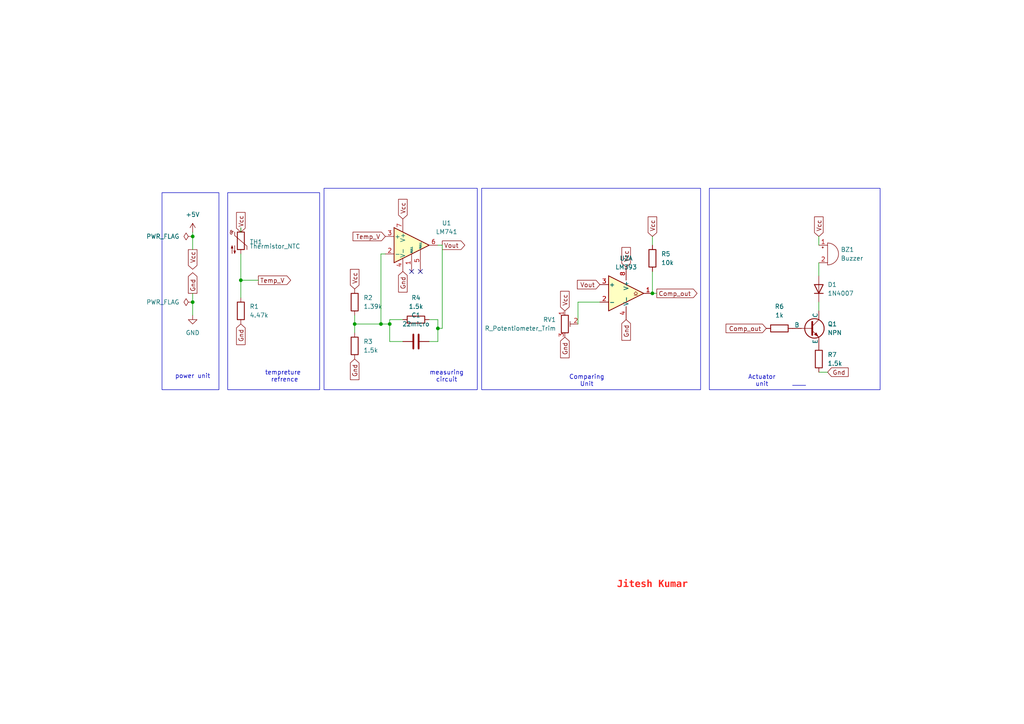
<source format=kicad_sch>
(kicad_sch
	(version 20250114)
	(generator "eeschema")
	(generator_version "9.0")
	(uuid "3b4305cd-a09f-4f72-949b-df451c36bd9a")
	(paper "A4")
	(lib_symbols
		(symbol "Amplifier_Operational:LM741"
			(pin_names
				(offset 0.127)
			)
			(exclude_from_sim no)
			(in_bom yes)
			(on_board yes)
			(property "Reference" "U"
				(at 0 6.35 0)
				(effects
					(font
						(size 1.27 1.27)
					)
					(justify left)
				)
			)
			(property "Value" "LM741"
				(at 0 3.81 0)
				(effects
					(font
						(size 1.27 1.27)
					)
					(justify left)
				)
			)
			(property "Footprint" ""
				(at 1.27 1.27 0)
				(effects
					(font
						(size 1.27 1.27)
					)
					(hide yes)
				)
			)
			(property "Datasheet" "http://www.ti.com/lit/ds/symlink/lm741.pdf"
				(at 3.81 3.81 0)
				(effects
					(font
						(size 1.27 1.27)
					)
					(hide yes)
				)
			)
			(property "Description" "Operational Amplifier, DIP-8/TO-99-8"
				(at 0 0 0)
				(effects
					(font
						(size 1.27 1.27)
					)
					(hide yes)
				)
			)
			(property "ki_keywords" "single opamp"
				(at 0 0 0)
				(effects
					(font
						(size 1.27 1.27)
					)
					(hide yes)
				)
			)
			(property "ki_fp_filters" "SOIC*3.9x4.9mm*P1.27mm* DIP*W7.62mm* TSSOP*3x3mm*P0.65mm*"
				(at 0 0 0)
				(effects
					(font
						(size 1.27 1.27)
					)
					(hide yes)
				)
			)
			(symbol "LM741_0_1"
				(polyline
					(pts
						(xy -5.08 5.08) (xy 5.08 0) (xy -5.08 -5.08) (xy -5.08 5.08)
					)
					(stroke
						(width 0.254)
						(type default)
					)
					(fill
						(type background)
					)
				)
			)
			(symbol "LM741_1_1"
				(pin input line
					(at -7.62 2.54 0)
					(length 2.54)
					(name "+"
						(effects
							(font
								(size 1.27 1.27)
							)
						)
					)
					(number "3"
						(effects
							(font
								(size 1.27 1.27)
							)
						)
					)
				)
				(pin input line
					(at -7.62 -2.54 0)
					(length 2.54)
					(name "-"
						(effects
							(font
								(size 1.27 1.27)
							)
						)
					)
					(number "2"
						(effects
							(font
								(size 1.27 1.27)
							)
						)
					)
				)
				(pin power_in line
					(at -2.54 7.62 270)
					(length 3.81)
					(name "V+"
						(effects
							(font
								(size 1.27 1.27)
							)
						)
					)
					(number "7"
						(effects
							(font
								(size 1.27 1.27)
							)
						)
					)
				)
				(pin power_in line
					(at -2.54 -7.62 90)
					(length 3.81)
					(name "V-"
						(effects
							(font
								(size 1.27 1.27)
							)
						)
					)
					(number "4"
						(effects
							(font
								(size 1.27 1.27)
							)
						)
					)
				)
				(pin no_connect line
					(at 0 2.54 270)
					(length 2.54)
					(hide yes)
					(name "NC"
						(effects
							(font
								(size 1.27 1.27)
							)
						)
					)
					(number "8"
						(effects
							(font
								(size 1.27 1.27)
							)
						)
					)
				)
				(pin input line
					(at 0 -7.62 90)
					(length 5.08)
					(name "NULL"
						(effects
							(font
								(size 0.508 0.508)
							)
						)
					)
					(number "1"
						(effects
							(font
								(size 1.27 1.27)
							)
						)
					)
				)
				(pin input line
					(at 2.54 -7.62 90)
					(length 6.35)
					(name "NULL"
						(effects
							(font
								(size 0.508 0.508)
							)
						)
					)
					(number "5"
						(effects
							(font
								(size 1.27 1.27)
							)
						)
					)
				)
				(pin output line
					(at 7.62 0 180)
					(length 2.54)
					(name "~"
						(effects
							(font
								(size 1.27 1.27)
							)
						)
					)
					(number "6"
						(effects
							(font
								(size 1.27 1.27)
							)
						)
					)
				)
			)
			(embedded_fonts no)
		)
		(symbol "Comparator:LM393"
			(pin_names
				(offset 0.127)
			)
			(exclude_from_sim no)
			(in_bom yes)
			(on_board yes)
			(property "Reference" "U"
				(at 3.81 3.81 0)
				(effects
					(font
						(size 1.27 1.27)
					)
				)
			)
			(property "Value" "LM393"
				(at 6.35 -3.81 0)
				(effects
					(font
						(size 1.27 1.27)
					)
				)
			)
			(property "Footprint" ""
				(at 0 0 0)
				(effects
					(font
						(size 1.27 1.27)
					)
					(hide yes)
				)
			)
			(property "Datasheet" "http://www.ti.com/lit/ds/symlink/lm393.pdf"
				(at 0 0 0)
				(effects
					(font
						(size 1.27 1.27)
					)
					(hide yes)
				)
			)
			(property "Description" "Low-Power, Low-Offset Voltage, Dual Comparators, DIP-8/SOIC-8/TO-99-8"
				(at 0 0 0)
				(effects
					(font
						(size 1.27 1.27)
					)
					(hide yes)
				)
			)
			(property "ki_locked" ""
				(at 0 0 0)
				(effects
					(font
						(size 1.27 1.27)
					)
				)
			)
			(property "ki_keywords" "cmp open collector"
				(at 0 0 0)
				(effects
					(font
						(size 1.27 1.27)
					)
					(hide yes)
				)
			)
			(property "ki_fp_filters" "SOIC*3.9x4.9mm*P1.27mm* DIP*W7.62mm* SOP*5.28x5.23mm*P1.27mm* VSSOP*3x3mm*P0.65mm* TSSOP*4.4x3mm*P0.65mm*"
				(at 0 0 0)
				(effects
					(font
						(size 1.27 1.27)
					)
					(hide yes)
				)
			)
			(symbol "LM393_1_1"
				(polyline
					(pts
						(xy -5.08 5.08) (xy 5.08 0) (xy -5.08 -5.08) (xy -5.08 5.08)
					)
					(stroke
						(width 0.254)
						(type default)
					)
					(fill
						(type background)
					)
				)
				(polyline
					(pts
						(xy 3.302 -0.508) (xy 2.794 -0.508) (xy 3.302 0) (xy 2.794 0.508) (xy 2.286 0) (xy 2.794 -0.508)
						(xy 2.286 -0.508)
					)
					(stroke
						(width 0.127)
						(type default)
					)
					(fill
						(type none)
					)
				)
				(pin input line
					(at -7.62 2.54 0)
					(length 2.54)
					(name "+"
						(effects
							(font
								(size 1.27 1.27)
							)
						)
					)
					(number "3"
						(effects
							(font
								(size 1.27 1.27)
							)
						)
					)
				)
				(pin input line
					(at -7.62 -2.54 0)
					(length 2.54)
					(name "-"
						(effects
							(font
								(size 1.27 1.27)
							)
						)
					)
					(number "2"
						(effects
							(font
								(size 1.27 1.27)
							)
						)
					)
				)
				(pin open_collector line
					(at 7.62 0 180)
					(length 2.54)
					(name "~"
						(effects
							(font
								(size 1.27 1.27)
							)
						)
					)
					(number "1"
						(effects
							(font
								(size 1.27 1.27)
							)
						)
					)
				)
			)
			(symbol "LM393_2_1"
				(polyline
					(pts
						(xy -5.08 5.08) (xy 5.08 0) (xy -5.08 -5.08) (xy -5.08 5.08)
					)
					(stroke
						(width 0.254)
						(type default)
					)
					(fill
						(type background)
					)
				)
				(polyline
					(pts
						(xy 3.302 -0.508) (xy 2.794 -0.508) (xy 3.302 0) (xy 2.794 0.508) (xy 2.286 0) (xy 2.794 -0.508)
						(xy 2.286 -0.508)
					)
					(stroke
						(width 0.127)
						(type default)
					)
					(fill
						(type none)
					)
				)
				(pin input line
					(at -7.62 2.54 0)
					(length 2.54)
					(name "+"
						(effects
							(font
								(size 1.27 1.27)
							)
						)
					)
					(number "5"
						(effects
							(font
								(size 1.27 1.27)
							)
						)
					)
				)
				(pin input line
					(at -7.62 -2.54 0)
					(length 2.54)
					(name "-"
						(effects
							(font
								(size 1.27 1.27)
							)
						)
					)
					(number "6"
						(effects
							(font
								(size 1.27 1.27)
							)
						)
					)
				)
				(pin open_collector line
					(at 7.62 0 180)
					(length 2.54)
					(name "~"
						(effects
							(font
								(size 1.27 1.27)
							)
						)
					)
					(number "7"
						(effects
							(font
								(size 1.27 1.27)
							)
						)
					)
				)
			)
			(symbol "LM393_3_1"
				(pin power_in line
					(at -2.54 7.62 270)
					(length 3.81)
					(name "V+"
						(effects
							(font
								(size 1.27 1.27)
							)
						)
					)
					(number "8"
						(effects
							(font
								(size 1.27 1.27)
							)
						)
					)
				)
				(pin power_in line
					(at -2.54 -7.62 90)
					(length 3.81)
					(name "V-"
						(effects
							(font
								(size 1.27 1.27)
							)
						)
					)
					(number "4"
						(effects
							(font
								(size 1.27 1.27)
							)
						)
					)
				)
			)
			(embedded_fonts no)
		)
		(symbol "Device:Buzzer"
			(pin_names
				(offset 0.0254)
				(hide yes)
			)
			(exclude_from_sim no)
			(in_bom yes)
			(on_board yes)
			(property "Reference" "BZ"
				(at 3.81 1.27 0)
				(effects
					(font
						(size 1.27 1.27)
					)
					(justify left)
				)
			)
			(property "Value" "Buzzer"
				(at 3.81 -1.27 0)
				(effects
					(font
						(size 1.27 1.27)
					)
					(justify left)
				)
			)
			(property "Footprint" ""
				(at -0.635 2.54 90)
				(effects
					(font
						(size 1.27 1.27)
					)
					(hide yes)
				)
			)
			(property "Datasheet" "~"
				(at -0.635 2.54 90)
				(effects
					(font
						(size 1.27 1.27)
					)
					(hide yes)
				)
			)
			(property "Description" "Buzzer, polarized"
				(at 0 0 0)
				(effects
					(font
						(size 1.27 1.27)
					)
					(hide yes)
				)
			)
			(property "ki_keywords" "quartz resonator ceramic"
				(at 0 0 0)
				(effects
					(font
						(size 1.27 1.27)
					)
					(hide yes)
				)
			)
			(property "ki_fp_filters" "*Buzzer*"
				(at 0 0 0)
				(effects
					(font
						(size 1.27 1.27)
					)
					(hide yes)
				)
			)
			(symbol "Buzzer_0_1"
				(polyline
					(pts
						(xy -1.651 1.905) (xy -1.143 1.905)
					)
					(stroke
						(width 0)
						(type default)
					)
					(fill
						(type none)
					)
				)
				(polyline
					(pts
						(xy -1.397 2.159) (xy -1.397 1.651)
					)
					(stroke
						(width 0)
						(type default)
					)
					(fill
						(type none)
					)
				)
				(arc
					(start 0 3.175)
					(mid 3.1612 0)
					(end 0 -3.175)
					(stroke
						(width 0)
						(type default)
					)
					(fill
						(type none)
					)
				)
				(polyline
					(pts
						(xy 0 3.175) (xy 0 -3.175)
					)
					(stroke
						(width 0)
						(type default)
					)
					(fill
						(type none)
					)
				)
			)
			(symbol "Buzzer_1_1"
				(pin passive line
					(at -2.54 2.54 0)
					(length 2.54)
					(name "+"
						(effects
							(font
								(size 1.27 1.27)
							)
						)
					)
					(number "1"
						(effects
							(font
								(size 1.27 1.27)
							)
						)
					)
				)
				(pin passive line
					(at -2.54 -2.54 0)
					(length 2.54)
					(name "-"
						(effects
							(font
								(size 1.27 1.27)
							)
						)
					)
					(number "2"
						(effects
							(font
								(size 1.27 1.27)
							)
						)
					)
				)
			)
			(embedded_fonts no)
		)
		(symbol "Device:C"
			(pin_numbers
				(hide yes)
			)
			(pin_names
				(offset 0.254)
			)
			(exclude_from_sim no)
			(in_bom yes)
			(on_board yes)
			(property "Reference" "C"
				(at 0.635 2.54 0)
				(effects
					(font
						(size 1.27 1.27)
					)
					(justify left)
				)
			)
			(property "Value" "C"
				(at 0.635 -2.54 0)
				(effects
					(font
						(size 1.27 1.27)
					)
					(justify left)
				)
			)
			(property "Footprint" ""
				(at 0.9652 -3.81 0)
				(effects
					(font
						(size 1.27 1.27)
					)
					(hide yes)
				)
			)
			(property "Datasheet" "~"
				(at 0 0 0)
				(effects
					(font
						(size 1.27 1.27)
					)
					(hide yes)
				)
			)
			(property "Description" "Unpolarized capacitor"
				(at 0 0 0)
				(effects
					(font
						(size 1.27 1.27)
					)
					(hide yes)
				)
			)
			(property "ki_keywords" "cap capacitor"
				(at 0 0 0)
				(effects
					(font
						(size 1.27 1.27)
					)
					(hide yes)
				)
			)
			(property "ki_fp_filters" "C_*"
				(at 0 0 0)
				(effects
					(font
						(size 1.27 1.27)
					)
					(hide yes)
				)
			)
			(symbol "C_0_1"
				(polyline
					(pts
						(xy -2.032 0.762) (xy 2.032 0.762)
					)
					(stroke
						(width 0.508)
						(type default)
					)
					(fill
						(type none)
					)
				)
				(polyline
					(pts
						(xy -2.032 -0.762) (xy 2.032 -0.762)
					)
					(stroke
						(width 0.508)
						(type default)
					)
					(fill
						(type none)
					)
				)
			)
			(symbol "C_1_1"
				(pin passive line
					(at 0 3.81 270)
					(length 2.794)
					(name "~"
						(effects
							(font
								(size 1.27 1.27)
							)
						)
					)
					(number "1"
						(effects
							(font
								(size 1.27 1.27)
							)
						)
					)
				)
				(pin passive line
					(at 0 -3.81 90)
					(length 2.794)
					(name "~"
						(effects
							(font
								(size 1.27 1.27)
							)
						)
					)
					(number "2"
						(effects
							(font
								(size 1.27 1.27)
							)
						)
					)
				)
			)
			(embedded_fonts no)
		)
		(symbol "Device:R"
			(pin_numbers
				(hide yes)
			)
			(pin_names
				(offset 0)
			)
			(exclude_from_sim no)
			(in_bom yes)
			(on_board yes)
			(property "Reference" "R"
				(at 2.032 0 90)
				(effects
					(font
						(size 1.27 1.27)
					)
				)
			)
			(property "Value" "R"
				(at 0 0 90)
				(effects
					(font
						(size 1.27 1.27)
					)
				)
			)
			(property "Footprint" ""
				(at -1.778 0 90)
				(effects
					(font
						(size 1.27 1.27)
					)
					(hide yes)
				)
			)
			(property "Datasheet" "~"
				(at 0 0 0)
				(effects
					(font
						(size 1.27 1.27)
					)
					(hide yes)
				)
			)
			(property "Description" "Resistor"
				(at 0 0 0)
				(effects
					(font
						(size 1.27 1.27)
					)
					(hide yes)
				)
			)
			(property "ki_keywords" "R res resistor"
				(at 0 0 0)
				(effects
					(font
						(size 1.27 1.27)
					)
					(hide yes)
				)
			)
			(property "ki_fp_filters" "R_*"
				(at 0 0 0)
				(effects
					(font
						(size 1.27 1.27)
					)
					(hide yes)
				)
			)
			(symbol "R_0_1"
				(rectangle
					(start -1.016 -2.54)
					(end 1.016 2.54)
					(stroke
						(width 0.254)
						(type default)
					)
					(fill
						(type none)
					)
				)
			)
			(symbol "R_1_1"
				(pin passive line
					(at 0 3.81 270)
					(length 1.27)
					(name "~"
						(effects
							(font
								(size 1.27 1.27)
							)
						)
					)
					(number "1"
						(effects
							(font
								(size 1.27 1.27)
							)
						)
					)
				)
				(pin passive line
					(at 0 -3.81 90)
					(length 1.27)
					(name "~"
						(effects
							(font
								(size 1.27 1.27)
							)
						)
					)
					(number "2"
						(effects
							(font
								(size 1.27 1.27)
							)
						)
					)
				)
			)
			(embedded_fonts no)
		)
		(symbol "Device:R_Potentiometer_Trim"
			(pin_names
				(offset 1.016)
				(hide yes)
			)
			(exclude_from_sim no)
			(in_bom yes)
			(on_board yes)
			(property "Reference" "RV"
				(at -4.445 0 90)
				(effects
					(font
						(size 1.27 1.27)
					)
				)
			)
			(property "Value" "R_Potentiometer_Trim"
				(at -2.54 0 90)
				(effects
					(font
						(size 1.27 1.27)
					)
				)
			)
			(property "Footprint" ""
				(at 0 0 0)
				(effects
					(font
						(size 1.27 1.27)
					)
					(hide yes)
				)
			)
			(property "Datasheet" "~"
				(at 0 0 0)
				(effects
					(font
						(size 1.27 1.27)
					)
					(hide yes)
				)
			)
			(property "Description" "Trim-potentiometer"
				(at 0 0 0)
				(effects
					(font
						(size 1.27 1.27)
					)
					(hide yes)
				)
			)
			(property "ki_keywords" "resistor variable trimpot trimmer"
				(at 0 0 0)
				(effects
					(font
						(size 1.27 1.27)
					)
					(hide yes)
				)
			)
			(property "ki_fp_filters" "Potentiometer*"
				(at 0 0 0)
				(effects
					(font
						(size 1.27 1.27)
					)
					(hide yes)
				)
			)
			(symbol "R_Potentiometer_Trim_0_1"
				(rectangle
					(start 1.016 2.54)
					(end -1.016 -2.54)
					(stroke
						(width 0.254)
						(type default)
					)
					(fill
						(type none)
					)
				)
				(polyline
					(pts
						(xy 1.524 0.762) (xy 1.524 -0.762)
					)
					(stroke
						(width 0)
						(type default)
					)
					(fill
						(type none)
					)
				)
				(polyline
					(pts
						(xy 2.54 0) (xy 1.524 0)
					)
					(stroke
						(width 0)
						(type default)
					)
					(fill
						(type none)
					)
				)
			)
			(symbol "R_Potentiometer_Trim_1_1"
				(pin passive line
					(at 0 3.81 270)
					(length 1.27)
					(name "1"
						(effects
							(font
								(size 1.27 1.27)
							)
						)
					)
					(number "1"
						(effects
							(font
								(size 1.27 1.27)
							)
						)
					)
				)
				(pin passive line
					(at 0 -3.81 90)
					(length 1.27)
					(name "3"
						(effects
							(font
								(size 1.27 1.27)
							)
						)
					)
					(number "3"
						(effects
							(font
								(size 1.27 1.27)
							)
						)
					)
				)
				(pin passive line
					(at 3.81 0 180)
					(length 1.27)
					(name "2"
						(effects
							(font
								(size 1.27 1.27)
							)
						)
					)
					(number "2"
						(effects
							(font
								(size 1.27 1.27)
							)
						)
					)
				)
			)
			(embedded_fonts no)
		)
		(symbol "Device:Thermistor_NTC"
			(pin_numbers
				(hide yes)
			)
			(pin_names
				(offset 0)
			)
			(exclude_from_sim no)
			(in_bom yes)
			(on_board yes)
			(property "Reference" "TH"
				(at -4.445 0 90)
				(effects
					(font
						(size 1.27 1.27)
					)
				)
			)
			(property "Value" "Thermistor_NTC"
				(at 3.175 0 90)
				(effects
					(font
						(size 1.27 1.27)
					)
				)
			)
			(property "Footprint" ""
				(at 0 1.27 0)
				(effects
					(font
						(size 1.27 1.27)
					)
					(hide yes)
				)
			)
			(property "Datasheet" "~"
				(at 0 1.27 0)
				(effects
					(font
						(size 1.27 1.27)
					)
					(hide yes)
				)
			)
			(property "Description" "Temperature dependent resistor, negative temperature coefficient"
				(at 0 0 0)
				(effects
					(font
						(size 1.27 1.27)
					)
					(hide yes)
				)
			)
			(property "ki_keywords" "thermistor NTC resistor sensor RTD"
				(at 0 0 0)
				(effects
					(font
						(size 1.27 1.27)
					)
					(hide yes)
				)
			)
			(property "ki_fp_filters" "*NTC* *Thermistor* PIN?ARRAY* bornier* *Terminal?Block* R_*"
				(at 0 0 0)
				(effects
					(font
						(size 1.27 1.27)
					)
					(hide yes)
				)
			)
			(symbol "Thermistor_NTC_0_1"
				(arc
					(start -3.175 2.413)
					(mid -3.0506 2.3165)
					(end -3.048 2.159)
					(stroke
						(width 0)
						(type default)
					)
					(fill
						(type none)
					)
				)
				(arc
					(start -3.048 2.794)
					(mid -2.9736 2.9736)
					(end -2.794 3.048)
					(stroke
						(width 0)
						(type default)
					)
					(fill
						(type none)
					)
				)
				(arc
					(start -2.794 3.048)
					(mid -2.6144 2.9736)
					(end -2.54 2.794)
					(stroke
						(width 0)
						(type default)
					)
					(fill
						(type none)
					)
				)
				(arc
					(start -2.794 2.54)
					(mid -2.9736 2.6144)
					(end -3.048 2.794)
					(stroke
						(width 0)
						(type default)
					)
					(fill
						(type none)
					)
				)
				(arc
					(start -2.794 1.905)
					(mid -2.9736 1.9794)
					(end -3.048 2.159)
					(stroke
						(width 0)
						(type default)
					)
					(fill
						(type none)
					)
				)
				(arc
					(start -2.54 2.159)
					(mid -2.6144 1.9794)
					(end -2.794 1.905)
					(stroke
						(width 0)
						(type default)
					)
					(fill
						(type none)
					)
				)
				(arc
					(start -2.159 2.794)
					(mid -2.434 2.5608)
					(end -2.794 2.54)
					(stroke
						(width 0)
						(type default)
					)
					(fill
						(type none)
					)
				)
				(polyline
					(pts
						(xy -2.54 2.159) (xy -2.54 2.794)
					)
					(stroke
						(width 0)
						(type default)
					)
					(fill
						(type none)
					)
				)
				(polyline
					(pts
						(xy -2.54 -3.683) (xy -2.54 -1.397) (xy -2.794 -2.159) (xy -2.286 -2.159) (xy -2.54 -1.397) (xy -2.54 -1.651)
					)
					(stroke
						(width 0)
						(type default)
					)
					(fill
						(type outline)
					)
				)
				(polyline
					(pts
						(xy -1.778 2.54) (xy -1.778 1.524) (xy 1.778 -1.524) (xy 1.778 -2.54)
					)
					(stroke
						(width 0)
						(type default)
					)
					(fill
						(type none)
					)
				)
				(polyline
					(pts
						(xy -1.778 -1.397) (xy -1.778 -3.683) (xy -2.032 -2.921) (xy -1.524 -2.921) (xy -1.778 -3.683)
						(xy -1.778 -3.429)
					)
					(stroke
						(width 0)
						(type default)
					)
					(fill
						(type outline)
					)
				)
				(rectangle
					(start -1.016 2.54)
					(end 1.016 -2.54)
					(stroke
						(width 0.254)
						(type default)
					)
					(fill
						(type none)
					)
				)
			)
			(symbol "Thermistor_NTC_1_1"
				(pin passive line
					(at 0 3.81 270)
					(length 1.27)
					(name "~"
						(effects
							(font
								(size 1.27 1.27)
							)
						)
					)
					(number "1"
						(effects
							(font
								(size 1.27 1.27)
							)
						)
					)
				)
				(pin passive line
					(at 0 -3.81 90)
					(length 1.27)
					(name "~"
						(effects
							(font
								(size 1.27 1.27)
							)
						)
					)
					(number "2"
						(effects
							(font
								(size 1.27 1.27)
							)
						)
					)
				)
			)
			(embedded_fonts no)
		)
		(symbol "Diode:1N4007"
			(pin_numbers
				(hide yes)
			)
			(pin_names
				(hide yes)
			)
			(exclude_from_sim no)
			(in_bom yes)
			(on_board yes)
			(property "Reference" "D"
				(at 0 2.54 0)
				(effects
					(font
						(size 1.27 1.27)
					)
				)
			)
			(property "Value" "1N4007"
				(at 0 -2.54 0)
				(effects
					(font
						(size 1.27 1.27)
					)
				)
			)
			(property "Footprint" "Diode_THT:D_DO-41_SOD81_P10.16mm_Horizontal"
				(at 0 -4.445 0)
				(effects
					(font
						(size 1.27 1.27)
					)
					(hide yes)
				)
			)
			(property "Datasheet" "http://www.vishay.com/docs/88503/1n4001.pdf"
				(at 0 0 0)
				(effects
					(font
						(size 1.27 1.27)
					)
					(hide yes)
				)
			)
			(property "Description" "1000V 1A General Purpose Rectifier Diode, DO-41"
				(at 0 0 0)
				(effects
					(font
						(size 1.27 1.27)
					)
					(hide yes)
				)
			)
			(property "Sim.Device" "D"
				(at 0 0 0)
				(effects
					(font
						(size 1.27 1.27)
					)
					(hide yes)
				)
			)
			(property "Sim.Pins" "1=K 2=A"
				(at 0 0 0)
				(effects
					(font
						(size 1.27 1.27)
					)
					(hide yes)
				)
			)
			(property "ki_keywords" "diode"
				(at 0 0 0)
				(effects
					(font
						(size 1.27 1.27)
					)
					(hide yes)
				)
			)
			(property "ki_fp_filters" "D*DO?41*"
				(at 0 0 0)
				(effects
					(font
						(size 1.27 1.27)
					)
					(hide yes)
				)
			)
			(symbol "1N4007_0_1"
				(polyline
					(pts
						(xy -1.27 1.27) (xy -1.27 -1.27)
					)
					(stroke
						(width 0.254)
						(type default)
					)
					(fill
						(type none)
					)
				)
				(polyline
					(pts
						(xy 1.27 1.27) (xy 1.27 -1.27) (xy -1.27 0) (xy 1.27 1.27)
					)
					(stroke
						(width 0.254)
						(type default)
					)
					(fill
						(type none)
					)
				)
				(polyline
					(pts
						(xy 1.27 0) (xy -1.27 0)
					)
					(stroke
						(width 0)
						(type default)
					)
					(fill
						(type none)
					)
				)
			)
			(symbol "1N4007_1_1"
				(pin passive line
					(at -3.81 0 0)
					(length 2.54)
					(name "K"
						(effects
							(font
								(size 1.27 1.27)
							)
						)
					)
					(number "1"
						(effects
							(font
								(size 1.27 1.27)
							)
						)
					)
				)
				(pin passive line
					(at 3.81 0 180)
					(length 2.54)
					(name "A"
						(effects
							(font
								(size 1.27 1.27)
							)
						)
					)
					(number "2"
						(effects
							(font
								(size 1.27 1.27)
							)
						)
					)
				)
			)
			(embedded_fonts no)
		)
		(symbol "LM393_1"
			(pin_names
				(offset 0.127)
			)
			(exclude_from_sim no)
			(in_bom yes)
			(on_board yes)
			(property "Reference" "U2"
				(at 0 10.16 0)
				(effects
					(font
						(size 1.27 1.27)
					)
				)
			)
			(property "Value" "LM393"
				(at 0 7.62 0)
				(effects
					(font
						(size 1.27 1.27)
					)
				)
			)
			(property "Footprint" ""
				(at 0 0 0)
				(effects
					(font
						(size 1.27 1.27)
					)
					(hide yes)
				)
			)
			(property "Datasheet" "http://www.ti.com/lit/ds/symlink/lm393.pdf"
				(at 0 0 0)
				(effects
					(font
						(size 1.27 1.27)
					)
					(hide yes)
				)
			)
			(property "Description" "Low-Power, Low-Offset Voltage, Dual Comparators, DIP-8/SOIC-8/TO-99-8"
				(at 0 0 0)
				(effects
					(font
						(size 1.27 1.27)
					)
					(hide yes)
				)
			)
			(property "ki_locked" ""
				(at 0 0 0)
				(effects
					(font
						(size 1.27 1.27)
					)
				)
			)
			(property "ki_keywords" "cmp open collector"
				(at 0 0 0)
				(effects
					(font
						(size 1.27 1.27)
					)
					(hide yes)
				)
			)
			(property "ki_fp_filters" "SOIC*3.9x4.9mm*P1.27mm* DIP*W7.62mm* SOP*5.28x5.23mm*P1.27mm* VSSOP*3x3mm*P0.65mm* TSSOP*4.4x3mm*P0.65mm*"
				(at 0 0 0)
				(effects
					(font
						(size 1.27 1.27)
					)
					(hide yes)
				)
			)
			(symbol "LM393_1_1_1"
				(polyline
					(pts
						(xy -5.08 5.08) (xy 5.08 0) (xy -5.08 -5.08) (xy -5.08 5.08)
					)
					(stroke
						(width 0.254)
						(type default)
					)
					(fill
						(type background)
					)
				)
				(polyline
					(pts
						(xy 3.302 -0.508) (xy 2.794 -0.508) (xy 3.302 0) (xy 2.794 0.508) (xy 2.286 0) (xy 2.794 -0.508)
						(xy 2.286 -0.508)
					)
					(stroke
						(width 0.127)
						(type default)
					)
					(fill
						(type none)
					)
				)
				(pin input line
					(at -7.62 2.54 0)
					(length 2.54)
					(name "+"
						(effects
							(font
								(size 1.27 1.27)
							)
						)
					)
					(number "3"
						(effects
							(font
								(size 1.27 1.27)
							)
						)
					)
				)
				(pin input line
					(at -7.62 -2.54 0)
					(length 2.54)
					(name "-"
						(effects
							(font
								(size 1.27 1.27)
							)
						)
					)
					(number "2"
						(effects
							(font
								(size 1.27 1.27)
							)
						)
					)
				)
				(pin open_collector line
					(at 7.62 0 180)
					(length 2.54)
					(name "~"
						(effects
							(font
								(size 1.27 1.27)
							)
						)
					)
					(number "1"
						(effects
							(font
								(size 1.27 1.27)
							)
						)
					)
				)
			)
			(symbol "LM393_1_2_1"
				(polyline
					(pts
						(xy -5.08 5.08) (xy 5.08 0) (xy -5.08 -5.08) (xy -5.08 5.08)
					)
					(stroke
						(width 0.254)
						(type default)
					)
					(fill
						(type background)
					)
				)
				(polyline
					(pts
						(xy 3.302 -0.508) (xy 2.794 -0.508) (xy 3.302 0) (xy 2.794 0.508) (xy 2.286 0) (xy 2.794 -0.508)
						(xy 2.286 -0.508)
					)
					(stroke
						(width 0.127)
						(type default)
					)
					(fill
						(type none)
					)
				)
				(pin input line
					(at -7.62 2.54 0)
					(length 2.54)
					(name "+"
						(effects
							(font
								(size 1.27 1.27)
							)
						)
					)
					(number "5"
						(effects
							(font
								(size 1.27 1.27)
							)
						)
					)
				)
				(pin input line
					(at -7.62 -2.54 0)
					(length 2.54)
					(name "-"
						(effects
							(font
								(size 1.27 1.27)
							)
						)
					)
					(number "6"
						(effects
							(font
								(size 1.27 1.27)
							)
						)
					)
				)
				(pin open_collector line
					(at 7.62 0 180)
					(length 2.54)
					(name "~"
						(effects
							(font
								(size 1.27 1.27)
							)
						)
					)
					(number "7"
						(effects
							(font
								(size 1.27 1.27)
							)
						)
					)
				)
			)
			(symbol "LM393_1_3_1"
				(pin power_in line
					(at -2.54 7.62 270)
					(length 3.81)
					(name "V+"
						(effects
							(font
								(size 1.27 1.27)
							)
						)
					)
					(number "8"
						(effects
							(font
								(size 1.27 1.27)
							)
						)
					)
				)
				(pin power_in line
					(at -2.54 -7.62 90)
					(length 3.81)
					(name "V-"
						(effects
							(font
								(size 1.27 1.27)
							)
						)
					)
					(number "4"
						(effects
							(font
								(size 1.27 1.27)
							)
						)
					)
				)
			)
			(embedded_fonts no)
		)
		(symbol "Simulation_SPICE:NPN"
			(pin_numbers
				(hide yes)
			)
			(pin_names
				(offset 0)
			)
			(exclude_from_sim no)
			(in_bom yes)
			(on_board yes)
			(property "Reference" "Q"
				(at -2.54 7.62 0)
				(effects
					(font
						(size 1.27 1.27)
					)
				)
			)
			(property "Value" "NPN"
				(at -2.54 5.08 0)
				(effects
					(font
						(size 1.27 1.27)
					)
				)
			)
			(property "Footprint" ""
				(at 63.5 0 0)
				(effects
					(font
						(size 1.27 1.27)
					)
					(hide yes)
				)
			)
			(property "Datasheet" "https://ngspice.sourceforge.io/docs/ngspice-html-manual/manual.xhtml#cha_BJTs"
				(at 63.5 0 0)
				(effects
					(font
						(size 1.27 1.27)
					)
					(hide yes)
				)
			)
			(property "Description" "Bipolar transistor symbol for simulation only, substrate tied to the emitter"
				(at 0 0 0)
				(effects
					(font
						(size 1.27 1.27)
					)
					(hide yes)
				)
			)
			(property "Sim.Device" "NPN"
				(at 0 0 0)
				(effects
					(font
						(size 1.27 1.27)
					)
					(hide yes)
				)
			)
			(property "Sim.Type" "GUMMELPOON"
				(at 0 0 0)
				(effects
					(font
						(size 1.27 1.27)
					)
					(hide yes)
				)
			)
			(property "Sim.Pins" "1=C 2=B 3=E"
				(at 0 0 0)
				(effects
					(font
						(size 1.27 1.27)
					)
					(hide yes)
				)
			)
			(property "ki_keywords" "simulation"
				(at 0 0 0)
				(effects
					(font
						(size 1.27 1.27)
					)
					(hide yes)
				)
			)
			(symbol "NPN_0_1"
				(polyline
					(pts
						(xy -2.54 0) (xy 0.635 0)
					)
					(stroke
						(width 0.1524)
						(type default)
					)
					(fill
						(type none)
					)
				)
				(polyline
					(pts
						(xy 0.635 1.905) (xy 0.635 -1.905) (xy 0.635 -1.905)
					)
					(stroke
						(width 0.508)
						(type default)
					)
					(fill
						(type none)
					)
				)
				(polyline
					(pts
						(xy 0.635 0.635) (xy 2.54 2.54)
					)
					(stroke
						(width 0)
						(type default)
					)
					(fill
						(type none)
					)
				)
				(polyline
					(pts
						(xy 0.635 -0.635) (xy 2.54 -2.54) (xy 2.54 -2.54)
					)
					(stroke
						(width 0)
						(type default)
					)
					(fill
						(type none)
					)
				)
				(circle
					(center 1.27 0)
					(radius 2.8194)
					(stroke
						(width 0.254)
						(type default)
					)
					(fill
						(type none)
					)
				)
				(polyline
					(pts
						(xy 1.27 -1.778) (xy 1.778 -1.27) (xy 2.286 -2.286) (xy 1.27 -1.778) (xy 1.27 -1.778)
					)
					(stroke
						(width 0)
						(type default)
					)
					(fill
						(type outline)
					)
				)
				(polyline
					(pts
						(xy 2.794 -1.27) (xy 2.794 -1.27)
					)
					(stroke
						(width 0.1524)
						(type default)
					)
					(fill
						(type none)
					)
				)
				(polyline
					(pts
						(xy 2.794 -1.27) (xy 2.794 -1.27)
					)
					(stroke
						(width 0.1524)
						(type default)
					)
					(fill
						(type none)
					)
				)
			)
			(symbol "NPN_1_1"
				(pin input line
					(at -5.08 0 0)
					(length 2.54)
					(name "B"
						(effects
							(font
								(size 1.27 1.27)
							)
						)
					)
					(number "2"
						(effects
							(font
								(size 1.27 1.27)
							)
						)
					)
				)
				(pin open_collector line
					(at 2.54 5.08 270)
					(length 2.54)
					(name "C"
						(effects
							(font
								(size 1.27 1.27)
							)
						)
					)
					(number "1"
						(effects
							(font
								(size 1.27 1.27)
							)
						)
					)
				)
				(pin open_emitter line
					(at 2.54 -5.08 90)
					(length 2.54)
					(name "E"
						(effects
							(font
								(size 1.27 1.27)
							)
						)
					)
					(number "3"
						(effects
							(font
								(size 1.27 1.27)
							)
						)
					)
				)
			)
			(embedded_fonts no)
		)
		(symbol "power:+5V"
			(power)
			(pin_numbers
				(hide yes)
			)
			(pin_names
				(offset 0)
				(hide yes)
			)
			(exclude_from_sim no)
			(in_bom yes)
			(on_board yes)
			(property "Reference" "#PWR"
				(at 0 -3.81 0)
				(effects
					(font
						(size 1.27 1.27)
					)
					(hide yes)
				)
			)
			(property "Value" "+5V"
				(at 0 3.556 0)
				(effects
					(font
						(size 1.27 1.27)
					)
				)
			)
			(property "Footprint" ""
				(at 0 0 0)
				(effects
					(font
						(size 1.27 1.27)
					)
					(hide yes)
				)
			)
			(property "Datasheet" ""
				(at 0 0 0)
				(effects
					(font
						(size 1.27 1.27)
					)
					(hide yes)
				)
			)
			(property "Description" "Power symbol creates a global label with name \"+5V\""
				(at 0 0 0)
				(effects
					(font
						(size 1.27 1.27)
					)
					(hide yes)
				)
			)
			(property "ki_keywords" "global power"
				(at 0 0 0)
				(effects
					(font
						(size 1.27 1.27)
					)
					(hide yes)
				)
			)
			(symbol "+5V_0_1"
				(polyline
					(pts
						(xy -0.762 1.27) (xy 0 2.54)
					)
					(stroke
						(width 0)
						(type default)
					)
					(fill
						(type none)
					)
				)
				(polyline
					(pts
						(xy 0 2.54) (xy 0.762 1.27)
					)
					(stroke
						(width 0)
						(type default)
					)
					(fill
						(type none)
					)
				)
				(polyline
					(pts
						(xy 0 0) (xy 0 2.54)
					)
					(stroke
						(width 0)
						(type default)
					)
					(fill
						(type none)
					)
				)
			)
			(symbol "+5V_1_1"
				(pin power_in line
					(at 0 0 90)
					(length 0)
					(name "~"
						(effects
							(font
								(size 1.27 1.27)
							)
						)
					)
					(number "1"
						(effects
							(font
								(size 1.27 1.27)
							)
						)
					)
				)
			)
			(embedded_fonts no)
		)
		(symbol "power:GND"
			(power)
			(pin_numbers
				(hide yes)
			)
			(pin_names
				(offset 0)
				(hide yes)
			)
			(exclude_from_sim no)
			(in_bom yes)
			(on_board yes)
			(property "Reference" "#PWR"
				(at 0 -6.35 0)
				(effects
					(font
						(size 1.27 1.27)
					)
					(hide yes)
				)
			)
			(property "Value" "GND"
				(at 0 -3.81 0)
				(effects
					(font
						(size 1.27 1.27)
					)
				)
			)
			(property "Footprint" ""
				(at 0 0 0)
				(effects
					(font
						(size 1.27 1.27)
					)
					(hide yes)
				)
			)
			(property "Datasheet" ""
				(at 0 0 0)
				(effects
					(font
						(size 1.27 1.27)
					)
					(hide yes)
				)
			)
			(property "Description" "Power symbol creates a global label with name \"GND\" , ground"
				(at 0 0 0)
				(effects
					(font
						(size 1.27 1.27)
					)
					(hide yes)
				)
			)
			(property "ki_keywords" "global power"
				(at 0 0 0)
				(effects
					(font
						(size 1.27 1.27)
					)
					(hide yes)
				)
			)
			(symbol "GND_0_1"
				(polyline
					(pts
						(xy 0 0) (xy 0 -1.27) (xy 1.27 -1.27) (xy 0 -2.54) (xy -1.27 -1.27) (xy 0 -1.27)
					)
					(stroke
						(width 0)
						(type default)
					)
					(fill
						(type none)
					)
				)
			)
			(symbol "GND_1_1"
				(pin power_in line
					(at 0 0 270)
					(length 0)
					(name "~"
						(effects
							(font
								(size 1.27 1.27)
							)
						)
					)
					(number "1"
						(effects
							(font
								(size 1.27 1.27)
							)
						)
					)
				)
			)
			(embedded_fonts no)
		)
		(symbol "power:PWR_FLAG"
			(power)
			(pin_numbers
				(hide yes)
			)
			(pin_names
				(offset 0)
				(hide yes)
			)
			(exclude_from_sim no)
			(in_bom yes)
			(on_board yes)
			(property "Reference" "#FLG"
				(at 0 1.905 0)
				(effects
					(font
						(size 1.27 1.27)
					)
					(hide yes)
				)
			)
			(property "Value" "PWR_FLAG"
				(at 0 3.81 0)
				(effects
					(font
						(size 1.27 1.27)
					)
				)
			)
			(property "Footprint" ""
				(at 0 0 0)
				(effects
					(font
						(size 1.27 1.27)
					)
					(hide yes)
				)
			)
			(property "Datasheet" "~"
				(at 0 0 0)
				(effects
					(font
						(size 1.27 1.27)
					)
					(hide yes)
				)
			)
			(property "Description" "Special symbol for telling ERC where power comes from"
				(at 0 0 0)
				(effects
					(font
						(size 1.27 1.27)
					)
					(hide yes)
				)
			)
			(property "ki_keywords" "flag power"
				(at 0 0 0)
				(effects
					(font
						(size 1.27 1.27)
					)
					(hide yes)
				)
			)
			(symbol "PWR_FLAG_0_0"
				(pin power_out line
					(at 0 0 90)
					(length 0)
					(name "~"
						(effects
							(font
								(size 1.27 1.27)
							)
						)
					)
					(number "1"
						(effects
							(font
								(size 1.27 1.27)
							)
						)
					)
				)
			)
			(symbol "PWR_FLAG_0_1"
				(polyline
					(pts
						(xy 0 0) (xy 0 1.27) (xy -1.016 1.905) (xy 0 2.54) (xy 1.016 1.905) (xy 0 1.27)
					)
					(stroke
						(width 0)
						(type default)
					)
					(fill
						(type none)
					)
				)
			)
			(embedded_fonts no)
		)
	)
	(rectangle
		(start 139.7 54.61)
		(end 203.2 113.03)
		(stroke
			(width 0)
			(type default)
		)
		(fill
			(type none)
		)
		(uuid 1eabb8d7-aaa3-47bf-8a32-43664d8f02df)
	)
	(rectangle
		(start 205.74 54.61)
		(end 255.27 113.03)
		(stroke
			(width 0)
			(type default)
		)
		(fill
			(type none)
		)
		(uuid 22796bd9-29a3-4ddd-a197-da38e6cf5adc)
	)
	(rectangle
		(start 66.04 55.88)
		(end 92.71 113.03)
		(stroke
			(width 0)
			(type default)
		)
		(fill
			(type none)
		)
		(uuid 41cfb652-bbdb-46f6-b1ee-b977e600aab9)
	)
	(rectangle
		(start 93.98 54.61)
		(end 138.43 113.03)
		(stroke
			(width 0)
			(type default)
		)
		(fill
			(type none)
		)
		(uuid 41d3055d-5349-45bb-9bd5-c4b197745aa1)
	)
	(rectangle
		(start 46.99 55.88)
		(end 63.5 113.03)
		(stroke
			(width 0)
			(type default)
		)
		(fill
			(type none)
		)
		(uuid be1eb53d-453b-4d01-b5dc-826ea1f2050f)
	)
	(rectangle
		(start 229.87 111.76)
		(end 233.68 111.76)
		(stroke
			(width 0)
			(type default)
		)
		(fill
			(type none)
		)
		(uuid d4349fc5-f0dd-47ca-9d26-4aed8b5d20ce)
	)
	(text "Actuator\nunit"
		(exclude_from_sim no)
		(at 220.98 110.49 0)
		(effects
			(font
				(size 1.27 1.27)
			)
		)
		(uuid "068b8abd-f525-45fc-84d3-56bb6ac6d927")
	)
	(text "Jitesh Kumar"
		(exclude_from_sim no)
		(at 189.23 170.18 0)
		(effects
			(font
				(face "Courier New")
				(size 2.032 2.032)
				(bold yes)
				(color 255 35 29 1)
			)
		)
		(uuid "0b134b81-4ef0-4a5e-8397-10f4befc1c58")
	)
	(text "tempreture \nrefrence\n"
		(exclude_from_sim no)
		(at 82.55 109.22 0)
		(effects
			(font
				(size 1.27 1.27)
			)
		)
		(uuid "356f47e5-a1db-439c-8fb1-56c32c578401")
	)
	(text "measuring\ncircuit\n"
		(exclude_from_sim no)
		(at 129.54 109.22 0)
		(effects
			(font
				(size 1.27 1.27)
			)
		)
		(uuid "86a71d3f-2b0e-47a3-98ad-6ed6fb619d2e")
	)
	(text "power unit\n"
		(exclude_from_sim no)
		(at 55.88 109.22 0)
		(effects
			(font
				(size 1.27 1.27)
			)
		)
		(uuid "894c57c8-272c-4165-9345-f4e90e923db9")
	)
	(text "Comparing\nUnit\n"
		(exclude_from_sim no)
		(at 170.18 110.49 0)
		(effects
			(font
				(size 1.27 1.27)
			)
		)
		(uuid "be36137d-0ef2-4a5a-a3c0-5a06ba9ee334")
	)
	(junction
		(at 113.03 93.98)
		(diameter 0)
		(color 0 0 0 0)
		(uuid "0243c0e8-4b48-4388-83b1-e1308e042137")
	)
	(junction
		(at 127 95.25)
		(diameter 0)
		(color 0 0 0 0)
		(uuid "0936ecd2-61e6-4f85-8f7f-1be85a3eb964")
	)
	(junction
		(at 55.88 68.58)
		(diameter 0)
		(color 0 0 0 0)
		(uuid "4ea3a335-e4b9-49b3-ba5f-0ebb09a9b952")
	)
	(junction
		(at 55.88 87.63)
		(diameter 0)
		(color 0 0 0 0)
		(uuid "76510b8d-5e67-4efa-a2ae-891a90c41789")
	)
	(junction
		(at 102.87 93.98)
		(diameter 0)
		(color 0 0 0 0)
		(uuid "9b86cf12-f672-43c5-9e0b-42cd741a6c18")
	)
	(junction
		(at 69.85 81.28)
		(diameter 0)
		(color 0 0 0 0)
		(uuid "b03987d3-727f-4036-b619-2acb79ba3564")
	)
	(junction
		(at 110.49 93.98)
		(diameter 0)
		(color 0 0 0 0)
		(uuid "b911ed05-eabe-4866-b0fc-514aa77138b7")
	)
	(junction
		(at 189.23 85.09)
		(diameter 0)
		(color 0 0 0 0)
		(uuid "c02d5424-5040-4e79-bd13-d158d5ee8813")
	)
	(no_connect
		(at 119.38 78.74)
		(uuid "3e16b117-ca00-4465-846b-c792bf101050")
	)
	(no_connect
		(at 121.92 78.74)
		(uuid "cb6e4291-2596-4531-b4f8-ba7b05cdfad9")
	)
	(wire
		(pts
			(xy 74.93 81.28) (xy 69.85 81.28)
		)
		(stroke
			(width 0)
			(type default)
		)
		(uuid "01ccf43a-c6c3-4365-a798-734a6fac9306")
	)
	(wire
		(pts
			(xy 189.23 78.74) (xy 189.23 85.09)
		)
		(stroke
			(width 0)
			(type default)
		)
		(uuid "2555faad-46c8-445c-9525-2a14b3603481")
	)
	(wire
		(pts
			(xy 237.49 87.63) (xy 237.49 90.17)
		)
		(stroke
			(width 0)
			(type default)
		)
		(uuid "2e5cdbbe-4741-4ed3-a85e-f91fddd522cf")
	)
	(wire
		(pts
			(xy 55.88 68.58) (xy 55.88 67.31)
		)
		(stroke
			(width 0)
			(type default)
		)
		(uuid "3877ac96-94b1-4c65-ac39-9aa90ef4d220")
	)
	(wire
		(pts
			(xy 110.49 73.66) (xy 111.76 73.66)
		)
		(stroke
			(width 0)
			(type default)
		)
		(uuid "44188d22-d1ec-435a-9a99-036f8f78b439")
	)
	(wire
		(pts
			(xy 190.5 85.09) (xy 189.23 85.09)
		)
		(stroke
			(width 0)
			(type default)
		)
		(uuid "45769a8b-e76c-492c-ad3b-10699dbed309")
	)
	(wire
		(pts
			(xy 110.49 93.98) (xy 113.03 93.98)
		)
		(stroke
			(width 0)
			(type default)
		)
		(uuid "501b4b58-2df0-4803-a8c8-a29a7adc8c9f")
	)
	(wire
		(pts
			(xy 127 92.71) (xy 127 95.25)
		)
		(stroke
			(width 0)
			(type default)
		)
		(uuid "5adf6a31-3f73-4c08-97fd-7ba6c5ffc382")
	)
	(wire
		(pts
			(xy 237.49 76.2) (xy 237.49 80.01)
		)
		(stroke
			(width 0)
			(type default)
		)
		(uuid "5c494529-d24f-4902-905d-0261040e51a5")
	)
	(wire
		(pts
			(xy 116.84 99.06) (xy 113.03 99.06)
		)
		(stroke
			(width 0)
			(type default)
		)
		(uuid "5cb0da3f-d0de-47bf-97b4-127a46d0fec1")
	)
	(wire
		(pts
			(xy 127 95.25) (xy 128.27 95.25)
		)
		(stroke
			(width 0)
			(type default)
		)
		(uuid "61098f2d-931c-402f-b60f-7cb9cf055687")
	)
	(wire
		(pts
			(xy 237.49 68.58) (xy 237.49 71.12)
		)
		(stroke
			(width 0)
			(type default)
		)
		(uuid "6697f6b5-f7f1-45a9-a372-705c3d1a9eba")
	)
	(wire
		(pts
			(xy 55.88 85.09) (xy 55.88 87.63)
		)
		(stroke
			(width 0)
			(type default)
		)
		(uuid "75446652-7a1c-4e39-9b24-d471efaa995b")
	)
	(wire
		(pts
			(xy 128.27 95.25) (xy 128.27 71.12)
		)
		(stroke
			(width 0)
			(type default)
		)
		(uuid "7ed7c381-b041-4954-bbaf-73f585f8f9c9")
	)
	(wire
		(pts
			(xy 167.64 93.98) (xy 167.64 87.63)
		)
		(stroke
			(width 0)
			(type default)
		)
		(uuid "84fe316e-0a75-4877-a210-f717e3904caa")
	)
	(wire
		(pts
			(xy 124.46 92.71) (xy 127 92.71)
		)
		(stroke
			(width 0)
			(type default)
		)
		(uuid "8c38dfb9-1a3d-4d75-abb0-a8cc5d188a2a")
	)
	(wire
		(pts
			(xy 124.46 99.06) (xy 127 99.06)
		)
		(stroke
			(width 0)
			(type default)
		)
		(uuid "93aeea87-1694-4e01-8ef2-daeaad202484")
	)
	(wire
		(pts
			(xy 127 95.25) (xy 127 99.06)
		)
		(stroke
			(width 0)
			(type default)
		)
		(uuid "9a391c7b-6882-4c64-878c-ca827214de29")
	)
	(wire
		(pts
			(xy 55.88 87.63) (xy 55.88 91.44)
		)
		(stroke
			(width 0)
			(type default)
		)
		(uuid "9d1005a2-b6eb-4fcb-91eb-0a968f7460f9")
	)
	(wire
		(pts
			(xy 110.49 93.98) (xy 110.49 73.66)
		)
		(stroke
			(width 0)
			(type default)
		)
		(uuid "a45fec61-fb4c-440e-af0a-926287af4ddc")
	)
	(wire
		(pts
			(xy 167.64 87.63) (xy 173.99 87.63)
		)
		(stroke
			(width 0)
			(type default)
		)
		(uuid "ac7bfd0c-f7c0-4c4b-ab21-c93611f14731")
	)
	(wire
		(pts
			(xy 113.03 92.71) (xy 116.84 92.71)
		)
		(stroke
			(width 0)
			(type default)
		)
		(uuid "b07e576d-a30c-4bac-b135-84ecca2189be")
	)
	(wire
		(pts
			(xy 55.88 72.39) (xy 55.88 68.58)
		)
		(stroke
			(width 0)
			(type default)
		)
		(uuid "b56ab6e9-b9e3-44b0-89ab-3b1ddfa97d0b")
	)
	(wire
		(pts
			(xy 189.23 68.58) (xy 189.23 71.12)
		)
		(stroke
			(width 0)
			(type default)
		)
		(uuid "bc0087a2-d218-4ee4-85c9-2259296fafa5")
	)
	(wire
		(pts
			(xy 128.27 71.12) (xy 127 71.12)
		)
		(stroke
			(width 0)
			(type default)
		)
		(uuid "c0d945e2-2b72-44a5-811e-253a1f635fdd")
	)
	(wire
		(pts
			(xy 113.03 99.06) (xy 113.03 93.98)
		)
		(stroke
			(width 0)
			(type default)
		)
		(uuid "c5b7e764-9ad4-438f-b570-3617cdbb8052")
	)
	(wire
		(pts
			(xy 69.85 81.28) (xy 69.85 86.36)
		)
		(stroke
			(width 0)
			(type default)
		)
		(uuid "ca0379a1-cf79-4aab-a8c8-76c2a55318e5")
	)
	(wire
		(pts
			(xy 237.49 107.95) (xy 240.03 107.95)
		)
		(stroke
			(width 0)
			(type default)
		)
		(uuid "ca153374-0866-421e-8bc8-231dc70dc86b")
	)
	(wire
		(pts
			(xy 113.03 93.98) (xy 113.03 92.71)
		)
		(stroke
			(width 0)
			(type default)
		)
		(uuid "d08314e8-c604-423f-aebf-8607395ad96b")
	)
	(wire
		(pts
			(xy 69.85 73.66) (xy 69.85 81.28)
		)
		(stroke
			(width 0)
			(type default)
		)
		(uuid "d4e808be-94d0-4211-b481-f7326b879ee2")
	)
	(wire
		(pts
			(xy 69.85 67.31) (xy 69.85 66.04)
		)
		(stroke
			(width 0)
			(type default)
		)
		(uuid "e72f961b-335a-46fc-8189-a9649a7eea9b")
	)
	(wire
		(pts
			(xy 102.87 93.98) (xy 102.87 96.52)
		)
		(stroke
			(width 0)
			(type default)
		)
		(uuid "e8ff02f8-c986-4888-88f2-af0a1c660bf5")
	)
	(wire
		(pts
			(xy 102.87 91.44) (xy 102.87 93.98)
		)
		(stroke
			(width 0)
			(type default)
		)
		(uuid "f84ee77d-357e-4270-bc4b-ecb37eaa7fe9")
	)
	(wire
		(pts
			(xy 102.87 93.98) (xy 110.49 93.98)
		)
		(stroke
			(width 0)
			(type default)
		)
		(uuid "f8f4148d-5ff8-4644-9d68-eb8b1cbb980b")
	)
	(global_label "Vcc"
		(shape input)
		(at 102.87 83.82 90)
		(fields_autoplaced yes)
		(effects
			(font
				(size 1.27 1.27)
			)
			(justify left)
		)
		(uuid "14503521-06a1-4941-8712-799cc5b5d599")
		(property "Intersheetrefs" "${INTERSHEET_REFS}"
			(at 102.87 77.569 90)
			(effects
				(font
					(size 1.27 1.27)
				)
				(justify left)
				(hide yes)
			)
		)
	)
	(global_label "Comp_out"
		(shape input)
		(at 222.25 95.25 180)
		(fields_autoplaced yes)
		(effects
			(font
				(size 1.27 1.27)
			)
			(justify right)
		)
		(uuid "17b51c25-580f-4a31-ae21-5210ef2fdc8f")
		(property "Intersheetrefs" "${INTERSHEET_REFS}"
			(at 210.0122 95.25 0)
			(effects
				(font
					(size 1.27 1.27)
				)
				(justify right)
				(hide yes)
			)
		)
	)
	(global_label "Gnd"
		(shape input)
		(at 116.84 78.74 270)
		(fields_autoplaced yes)
		(effects
			(font
				(size 1.27 1.27)
			)
			(justify right)
		)
		(uuid "2d8608a7-b0a1-4c24-bba1-481d03f21d61")
		(property "Intersheetrefs" "${INTERSHEET_REFS}"
			(at 116.84 85.2932 90)
			(effects
				(font
					(size 1.27 1.27)
				)
				(justify right)
				(hide yes)
			)
		)
	)
	(global_label "Gnd"
		(shape input)
		(at 102.87 104.14 270)
		(fields_autoplaced yes)
		(effects
			(font
				(size 1.27 1.27)
			)
			(justify right)
		)
		(uuid "567bb381-0fe5-4f31-ac9b-1d58e9f39b4f")
		(property "Intersheetrefs" "${INTERSHEET_REFS}"
			(at 102.87 110.6932 90)
			(effects
				(font
					(size 1.27 1.27)
				)
				(justify right)
				(hide yes)
			)
		)
	)
	(global_label "Vcc"
		(shape input)
		(at 116.84 63.5 90)
		(fields_autoplaced yes)
		(effects
			(font
				(size 1.27 1.27)
			)
			(justify left)
		)
		(uuid "62bbee04-4024-4b07-801d-c133787b82a9")
		(property "Intersheetrefs" "${INTERSHEET_REFS}"
			(at 116.84 57.249 90)
			(effects
				(font
					(size 1.27 1.27)
				)
				(justify left)
				(hide yes)
			)
		)
	)
	(global_label "Comp_out"
		(shape output)
		(at 190.5 85.09 0)
		(fields_autoplaced yes)
		(effects
			(font
				(size 1.27 1.27)
			)
			(justify left)
		)
		(uuid "63208e05-0c96-487d-bc57-c05c0af4af79")
		(property "Intersheetrefs" "${INTERSHEET_REFS}"
			(at 202.7378 85.09 0)
			(effects
				(font
					(size 1.27 1.27)
				)
				(justify left)
				(hide yes)
			)
		)
	)
	(global_label "Temp_V"
		(shape output)
		(at 74.93 81.28 0)
		(fields_autoplaced yes)
		(effects
			(font
				(size 1.27 1.27)
			)
			(justify left)
		)
		(uuid "68217979-7725-4409-9be8-12fe336b16c3")
		(property "Intersheetrefs" "${INTERSHEET_REFS}"
			(at 84.8699 81.28 0)
			(effects
				(font
					(size 1.27 1.27)
				)
				(justify left)
				(hide yes)
			)
		)
	)
	(global_label "Vcc"
		(shape input)
		(at 163.83 90.17 90)
		(fields_autoplaced yes)
		(effects
			(font
				(size 1.27 1.27)
			)
			(justify left)
		)
		(uuid "6908ec43-6924-406e-996f-060ee7efa4b6")
		(property "Intersheetrefs" "${INTERSHEET_REFS}"
			(at 163.83 83.919 90)
			(effects
				(font
					(size 1.27 1.27)
				)
				(justify left)
				(hide yes)
			)
		)
	)
	(global_label "Gnd"
		(shape output)
		(at 55.88 85.09 90)
		(fields_autoplaced yes)
		(effects
			(font
				(size 1.27 1.27)
			)
			(justify left)
		)
		(uuid "6e48bb68-68fd-4ec5-af5d-682e7f6bd660")
		(property "Intersheetrefs" "${INTERSHEET_REFS}"
			(at 55.88 78.5368 90)
			(effects
				(font
					(size 1.27 1.27)
				)
				(justify left)
				(hide yes)
			)
		)
	)
	(global_label "Gnd"
		(shape input)
		(at 240.03 107.95 0)
		(fields_autoplaced yes)
		(effects
			(font
				(size 1.27 1.27)
			)
			(justify left)
		)
		(uuid "6ee32598-b2c0-4ef7-bb74-e95403541c44")
		(property "Intersheetrefs" "${INTERSHEET_REFS}"
			(at 246.5832 107.95 0)
			(effects
				(font
					(size 1.27 1.27)
				)
				(justify left)
				(hide yes)
			)
		)
	)
	(global_label "Vcc"
		(shape input)
		(at 181.61 77.47 90)
		(fields_autoplaced yes)
		(effects
			(font
				(size 1.27 1.27)
			)
			(justify left)
		)
		(uuid "89dc5b81-57fa-4b0f-80eb-53d5c6143571")
		(property "Intersheetrefs" "${INTERSHEET_REFS}"
			(at 181.61 71.219 90)
			(effects
				(font
					(size 1.27 1.27)
				)
				(justify left)
				(hide yes)
			)
		)
	)
	(global_label "Vcc"
		(shape input)
		(at 189.23 68.58 90)
		(fields_autoplaced yes)
		(effects
			(font
				(size 1.27 1.27)
			)
			(justify left)
		)
		(uuid "90e5f8e3-f66c-42c0-a004-84a59c035fef")
		(property "Intersheetrefs" "${INTERSHEET_REFS}"
			(at 189.23 62.329 90)
			(effects
				(font
					(size 1.27 1.27)
				)
				(justify left)
				(hide yes)
			)
		)
	)
	(global_label "Temp_V"
		(shape input)
		(at 111.76 68.58 180)
		(fields_autoplaced yes)
		(effects
			(font
				(size 1.27 1.27)
			)
			(justify right)
		)
		(uuid "98e326f3-5bac-43a4-a57e-68125341e44a")
		(property "Intersheetrefs" "${INTERSHEET_REFS}"
			(at 101.8201 68.58 0)
			(effects
				(font
					(size 1.27 1.27)
				)
				(justify right)
				(hide yes)
			)
		)
	)
	(global_label "Gnd"
		(shape input)
		(at 181.61 92.71 270)
		(fields_autoplaced yes)
		(effects
			(font
				(size 1.27 1.27)
			)
			(justify right)
		)
		(uuid "9d7bf53b-4f6e-4431-9a57-06cc2f68bc22")
		(property "Intersheetrefs" "${INTERSHEET_REFS}"
			(at 181.61 99.2632 90)
			(effects
				(font
					(size 1.27 1.27)
				)
				(justify right)
				(hide yes)
			)
		)
	)
	(global_label "Vcc"
		(shape output)
		(at 55.88 72.39 270)
		(fields_autoplaced yes)
		(effects
			(font
				(size 1.27 1.27)
			)
			(justify right)
		)
		(uuid "b843eff6-81c2-4270-98cf-a8c21f47d187")
		(property "Intersheetrefs" "${INTERSHEET_REFS}"
			(at 55.88 78.641 90)
			(effects
				(font
					(size 1.27 1.27)
				)
				(justify right)
				(hide yes)
			)
		)
	)
	(global_label "Vcc"
		(shape input)
		(at 237.49 68.58 90)
		(fields_autoplaced yes)
		(effects
			(font
				(size 1.27 1.27)
			)
			(justify left)
		)
		(uuid "bc308314-0c15-470a-8472-701683c5d8ff")
		(property "Intersheetrefs" "${INTERSHEET_REFS}"
			(at 237.49 62.329 90)
			(effects
				(font
					(size 1.27 1.27)
				)
				(justify left)
				(hide yes)
			)
		)
	)
	(global_label "Vout"
		(shape input)
		(at 173.99 82.55 180)
		(fields_autoplaced yes)
		(effects
			(font
				(size 1.27 1.27)
			)
			(justify right)
		)
		(uuid "c9924108-fce6-468f-9e6d-dd03e1d17e81")
		(property "Intersheetrefs" "${INTERSHEET_REFS}"
			(at 166.8925 82.55 0)
			(effects
				(font
					(size 1.27 1.27)
				)
				(justify right)
				(hide yes)
			)
		)
	)
	(global_label "Gnd"
		(shape input)
		(at 163.83 97.79 270)
		(fields_autoplaced yes)
		(effects
			(font
				(size 1.27 1.27)
			)
			(justify right)
		)
		(uuid "d8482a32-99b7-425c-bf43-a39fba5de506")
		(property "Intersheetrefs" "${INTERSHEET_REFS}"
			(at 163.83 104.3432 90)
			(effects
				(font
					(size 1.27 1.27)
				)
				(justify right)
				(hide yes)
			)
		)
	)
	(global_label "Vcc"
		(shape input)
		(at 69.85 67.31 90)
		(fields_autoplaced yes)
		(effects
			(font
				(size 1.27 1.27)
			)
			(justify left)
		)
		(uuid "dce404ee-3014-417d-bf0f-17a43f4cad81")
		(property "Intersheetrefs" "${INTERSHEET_REFS}"
			(at 69.85 61.059 90)
			(effects
				(font
					(size 1.27 1.27)
				)
				(justify left)
				(hide yes)
			)
		)
	)
	(global_label "Gnd"
		(shape input)
		(at 69.85 93.98 270)
		(fields_autoplaced yes)
		(effects
			(font
				(size 1.27 1.27)
			)
			(justify right)
		)
		(uuid "e525f87d-f14d-46ee-8ad7-62dd7bbdc026")
		(property "Intersheetrefs" "${INTERSHEET_REFS}"
			(at 69.85 100.5332 90)
			(effects
				(font
					(size 1.27 1.27)
				)
				(justify right)
				(hide yes)
			)
		)
	)
	(global_label "Vout"
		(shape output)
		(at 128.27 71.12 0)
		(fields_autoplaced yes)
		(effects
			(font
				(size 1.27 1.27)
			)
			(justify left)
		)
		(uuid "f864608a-80c0-4d12-abc9-7c6f8d261eb8")
		(property "Intersheetrefs" "${INTERSHEET_REFS}"
			(at 135.3675 71.12 0)
			(effects
				(font
					(size 1.27 1.27)
				)
				(justify left)
				(hide yes)
			)
		)
	)
	(symbol
		(lib_id "Comparator:LM393")
		(at 181.61 85.09 0)
		(unit 1)
		(exclude_from_sim no)
		(in_bom yes)
		(on_board yes)
		(dnp no)
		(fields_autoplaced yes)
		(uuid "14a12afa-be23-43a4-befa-9de00bf3f1f1")
		(property "Reference" "U2"
			(at 181.61 74.93 0)
			(effects
				(font
					(size 1.27 1.27)
				)
			)
		)
		(property "Value" "LM393"
			(at 181.61 77.47 0)
			(effects
				(font
					(size 1.27 1.27)
				)
			)
		)
		(property "Footprint" "Package_DIP:DIP-8_W7.62mm"
			(at 181.61 85.09 0)
			(effects
				(font
					(size 1.27 1.27)
				)
				(hide yes)
			)
		)
		(property "Datasheet" "http://www.ti.com/lit/ds/symlink/lm393.pdf"
			(at 181.61 85.09 0)
			(effects
				(font
					(size 1.27 1.27)
				)
				(hide yes)
			)
		)
		(property "Description" "Low-Power, Low-Offset Voltage, Dual Comparators, DIP-8/SOIC-8/TO-99-8"
			(at 181.61 85.09 0)
			(effects
				(font
					(size 1.27 1.27)
				)
				(hide yes)
			)
		)
		(pin "6"
			(uuid "e2875ca1-689c-4d43-b7de-aae89865feea")
		)
		(pin "1"
			(uuid "70249f87-2106-4a6b-8edf-036a49fa6331")
		)
		(pin "5"
			(uuid "30465e44-1b8a-47cf-a59d-481803ac5c9f")
		)
		(pin "8"
			(uuid "3c80c8ba-2428-4620-9a83-702be009508f")
		)
		(pin "3"
			(uuid "87950334-fd94-415c-b375-6fd375e48284")
		)
		(pin "2"
			(uuid "5acb54e3-9d5d-4426-b518-864f44611d3d")
		)
		(pin "7"
			(uuid "5a5f8774-a2e7-4b9b-961d-cfc55dbac807")
		)
		(pin "4"
			(uuid "263b80bd-4966-4eb4-bc99-672d8f822081")
		)
		(instances
			(project ""
				(path "/3b4305cd-a09f-4f72-949b-df451c36bd9a"
					(reference "U2")
					(unit 1)
				)
			)
		)
	)
	(symbol
		(lib_id "Device:R")
		(at 102.87 87.63 0)
		(unit 1)
		(exclude_from_sim no)
		(in_bom yes)
		(on_board yes)
		(dnp no)
		(fields_autoplaced yes)
		(uuid "247e28ae-d79a-467c-a4f0-5a7858f0eaa0")
		(property "Reference" "R2"
			(at 105.41 86.3599 0)
			(effects
				(font
					(size 1.27 1.27)
				)
				(justify left)
			)
		)
		(property "Value" "1.39k"
			(at 105.41 88.8999 0)
			(effects
				(font
					(size 1.27 1.27)
				)
				(justify left)
			)
		)
		(property "Footprint" "Resistor_SMD:R_0402_1005Metric_Pad0.72x0.64mm_HandSolder"
			(at 101.092 87.63 90)
			(effects
				(font
					(size 1.27 1.27)
				)
				(hide yes)
			)
		)
		(property "Datasheet" "~"
			(at 102.87 87.63 0)
			(effects
				(font
					(size 1.27 1.27)
				)
				(hide yes)
			)
		)
		(property "Description" "Resistor"
			(at 102.87 87.63 0)
			(effects
				(font
					(size 1.27 1.27)
				)
				(hide yes)
			)
		)
		(pin "1"
			(uuid "6ce920a0-b9b5-4377-8d36-167340500277")
		)
		(pin "2"
			(uuid "c96bd776-7aed-45cb-9840-32d0ce4049ac")
		)
		(instances
			(project ""
				(path "/3b4305cd-a09f-4f72-949b-df451c36bd9a"
					(reference "R2")
					(unit 1)
				)
			)
		)
	)
	(symbol
		(lib_id "Device:Thermistor_NTC")
		(at 69.85 69.85 0)
		(unit 1)
		(exclude_from_sim no)
		(in_bom yes)
		(on_board yes)
		(dnp no)
		(uuid "2849ea9d-f53f-4f45-be34-2fd4c2fc4713")
		(property "Reference" "TH1"
			(at 72.39 70.1674 0)
			(effects
				(font
					(size 1.27 1.27)
				)
				(justify left)
			)
		)
		(property "Value" "Thermistor_NTC"
			(at 72.39 71.4374 0)
			(effects
				(font
					(size 1.27 1.27)
				)
				(justify left)
			)
		)
		(property "Footprint" "TestPoint:TestPoint_2Pads_Pitch5.08mm_Drill1.3mm"
			(at 69.85 68.58 0)
			(effects
				(font
					(size 1.27 1.27)
				)
				(hide yes)
			)
		)
		(property "Datasheet" "~"
			(at 69.85 68.58 0)
			(effects
				(font
					(size 1.27 1.27)
				)
				(hide yes)
			)
		)
		(property "Description" "Temperature dependent resistor, negative temperature coefficient"
			(at 69.85 69.85 0)
			(effects
				(font
					(size 1.27 1.27)
				)
				(hide yes)
			)
		)
		(pin "1"
			(uuid "63d9403e-c5ab-4941-8ace-0f4ce006240c")
		)
		(pin "2"
			(uuid "e9aa02b8-c51a-45f1-a921-05beca42b0c6")
		)
		(instances
			(project ""
				(path "/3b4305cd-a09f-4f72-949b-df451c36bd9a"
					(reference "TH1")
					(unit 1)
				)
			)
		)
	)
	(symbol
		(lib_id "power:PWR_FLAG")
		(at 55.88 87.63 90)
		(unit 1)
		(exclude_from_sim no)
		(in_bom yes)
		(on_board yes)
		(dnp no)
		(fields_autoplaced yes)
		(uuid "3b85cd8e-fd72-4707-92a5-70b68cda69a7")
		(property "Reference" "#FLG02"
			(at 53.975 87.63 0)
			(effects
				(font
					(size 1.27 1.27)
				)
				(hide yes)
			)
		)
		(property "Value" "PWR_FLAG"
			(at 52.07 87.6299 90)
			(effects
				(font
					(size 1.27 1.27)
				)
				(justify left)
			)
		)
		(property "Footprint" ""
			(at 55.88 87.63 0)
			(effects
				(font
					(size 1.27 1.27)
				)
				(hide yes)
			)
		)
		(property "Datasheet" "~"
			(at 55.88 87.63 0)
			(effects
				(font
					(size 1.27 1.27)
				)
				(hide yes)
			)
		)
		(property "Description" "Special symbol for telling ERC where power comes from"
			(at 55.88 87.63 0)
			(effects
				(font
					(size 1.27 1.27)
				)
				(hide yes)
			)
		)
		(pin "1"
			(uuid "f92a8806-a381-4e82-8588-7786681d0eda")
		)
		(instances
			(project ""
				(path "/3b4305cd-a09f-4f72-949b-df451c36bd9a"
					(reference "#FLG02")
					(unit 1)
				)
			)
		)
	)
	(symbol
		(lib_name "LM393_1")
		(lib_id "Comparator:LM393")
		(at 184.15 85.09 0)
		(unit 3)
		(exclude_from_sim no)
		(in_bom yes)
		(on_board yes)
		(dnp no)
		(fields_autoplaced yes)
		(uuid "4220ddff-f469-416a-b11f-109eb3349bf7")
		(property "Reference" "U2"
			(at 182.88 85.0899 0)
			(effects
				(font
					(size 1.27 1.27)
				)
				(justify left)
				(hide yes)
			)
		)
		(property "Value" "LM393"
			(at 182.88 86.3599 0)
			(effects
				(font
					(size 1.27 1.27)
				)
				(justify left)
				(hide yes)
			)
		)
		(property "Footprint" "Package_DIP:DIP-8_W7.62mm"
			(at 184.15 85.09 0)
			(effects
				(font
					(size 1.27 1.27)
				)
				(hide yes)
			)
		)
		(property "Datasheet" "http://www.ti.com/lit/ds/symlink/lm393.pdf"
			(at 184.15 85.09 0)
			(effects
				(font
					(size 1.27 1.27)
				)
				(hide yes)
			)
		)
		(property "Description" "Low-Power, Low-Offset Voltage, Dual Comparators, DIP-8/SOIC-8/TO-99-8"
			(at 184.15 85.09 0)
			(effects
				(font
					(size 1.27 1.27)
				)
				(hide yes)
			)
		)
		(pin "8"
			(uuid "f6fb03ee-bdb6-4749-b3e9-c2e32acbf33f")
		)
		(pin "5"
			(uuid "0c54b00f-fd2a-40ad-8a9d-a3c16c9a0c12")
		)
		(pin "4"
			(uuid "803f03e3-9181-4c33-a51f-45bcaaf0f3b8")
		)
		(pin "3"
			(uuid "9c057602-39ac-4b9b-87c4-8723d93ced06")
		)
		(pin "2"
			(uuid "31a4dba1-47d9-4a84-9187-032aaf5f7763")
		)
		(pin "6"
			(uuid "587a47c8-b201-4bcc-9f5a-0e520548e4f7")
		)
		(pin "7"
			(uuid "106b8242-314a-4a58-a7d9-68d2ad6175a6")
		)
		(pin "1"
			(uuid "c50623f4-c029-47ea-8807-c26861cc1dd9")
		)
		(instances
			(project ""
				(path "/3b4305cd-a09f-4f72-949b-df451c36bd9a"
					(reference "U2")
					(unit 3)
				)
			)
		)
	)
	(symbol
		(lib_id "Device:R")
		(at 102.87 100.33 180)
		(unit 1)
		(exclude_from_sim no)
		(in_bom yes)
		(on_board yes)
		(dnp no)
		(fields_autoplaced yes)
		(uuid "484468d0-0ed3-4194-b310-1ea14d6b27ab")
		(property "Reference" "R3"
			(at 105.41 99.0599 0)
			(effects
				(font
					(size 1.27 1.27)
				)
				(justify right)
			)
		)
		(property "Value" "1.5k"
			(at 105.41 101.5999 0)
			(effects
				(font
					(size 1.27 1.27)
				)
				(justify right)
			)
		)
		(property "Footprint" "Capacitor_SMD:C_1812_4532Metric_Pad1.57x3.40mm_HandSolder"
			(at 104.648 100.33 90)
			(effects
				(font
					(size 1.27 1.27)
				)
				(hide yes)
			)
		)
		(property "Datasheet" "~"
			(at 102.87 100.33 0)
			(effects
				(font
					(size 1.27 1.27)
				)
				(hide yes)
			)
		)
		(property "Description" "Resistor"
			(at 102.87 100.33 0)
			(effects
				(font
					(size 1.27 1.27)
				)
				(hide yes)
			)
		)
		(pin "1"
			(uuid "82a67d13-4246-4b5a-8781-d437504048d4")
		)
		(pin "2"
			(uuid "32b5913b-7024-423c-83cf-69e9775a61cd")
		)
		(instances
			(project ""
				(path "/3b4305cd-a09f-4f72-949b-df451c36bd9a"
					(reference "R3")
					(unit 1)
				)
			)
		)
	)
	(symbol
		(lib_id "Amplifier_Operational:LM741")
		(at 119.38 71.12 0)
		(unit 1)
		(exclude_from_sim no)
		(in_bom yes)
		(on_board yes)
		(dnp no)
		(fields_autoplaced yes)
		(uuid "4ca39c4c-adad-4a4e-b31f-f260ef61ac0d")
		(property "Reference" "U1"
			(at 129.54 64.6998 0)
			(effects
				(font
					(size 1.27 1.27)
				)
			)
		)
		(property "Value" "LM741"
			(at 129.54 67.2398 0)
			(effects
				(font
					(size 1.27 1.27)
				)
			)
		)
		(property "Footprint" "Package_DIP:DIP-8_W7.62mm"
			(at 120.65 69.85 0)
			(effects
				(font
					(size 1.27 1.27)
				)
				(hide yes)
			)
		)
		(property "Datasheet" "http://www.ti.com/lit/ds/symlink/lm741.pdf"
			(at 123.19 67.31 0)
			(effects
				(font
					(size 1.27 1.27)
				)
				(hide yes)
			)
		)
		(property "Description" "Operational Amplifier, DIP-8/TO-99-8"
			(at 119.38 71.12 0)
			(effects
				(font
					(size 1.27 1.27)
				)
				(hide yes)
			)
		)
		(pin "3"
			(uuid "8b60d2ed-2395-498c-a444-b9d094a2525b")
		)
		(pin "7"
			(uuid "b0318c6f-fe56-48c5-b886-f26b07432156")
		)
		(pin "4"
			(uuid "84ef07bf-4d04-4e5b-832c-66b805d7835c")
		)
		(pin "2"
			(uuid "b128e508-bc53-498e-978c-7a7a3fc2f6f1")
		)
		(pin "8"
			(uuid "7ea9a7ba-d829-46bd-9de7-313c2f69eec0")
		)
		(pin "1"
			(uuid "11c5af0e-b278-403a-814a-0a9a830be88c")
		)
		(pin "5"
			(uuid "f35603a5-e00a-49fb-82cd-42ad7205729e")
		)
		(pin "6"
			(uuid "a230cbfc-dc8d-4b75-b506-f17b50021bbb")
		)
		(instances
			(project ""
				(path "/3b4305cd-a09f-4f72-949b-df451c36bd9a"
					(reference "U1")
					(unit 1)
				)
			)
		)
	)
	(symbol
		(lib_id "Device:R")
		(at 237.49 104.14 180)
		(unit 1)
		(exclude_from_sim no)
		(in_bom yes)
		(on_board yes)
		(dnp no)
		(fields_autoplaced yes)
		(uuid "5223c962-ec4d-493e-9e7f-bb936791a056")
		(property "Reference" "R7"
			(at 240.03 102.8699 0)
			(effects
				(font
					(size 1.27 1.27)
				)
				(justify right)
			)
		)
		(property "Value" "1.5k"
			(at 240.03 105.4099 0)
			(effects
				(font
					(size 1.27 1.27)
				)
				(justify right)
			)
		)
		(property "Footprint" "Capacitor_SMD:C_1812_4532Metric_Pad1.57x3.40mm_HandSolder"
			(at 239.268 104.14 90)
			(effects
				(font
					(size 1.27 1.27)
				)
				(hide yes)
			)
		)
		(property "Datasheet" "~"
			(at 237.49 104.14 0)
			(effects
				(font
					(size 1.27 1.27)
				)
				(hide yes)
			)
		)
		(property "Description" "Resistor"
			(at 237.49 104.14 0)
			(effects
				(font
					(size 1.27 1.27)
				)
				(hide yes)
			)
		)
		(pin "1"
			(uuid "796cfb73-98d0-4616-a325-3a0318ee618b")
		)
		(pin "2"
			(uuid "5a9376e3-ec1e-4431-8978-1542fad58161")
		)
		(instances
			(project "Temp"
				(path "/3b4305cd-a09f-4f72-949b-df451c36bd9a"
					(reference "R7")
					(unit 1)
				)
			)
		)
	)
	(symbol
		(lib_id "Device:Buzzer")
		(at 240.03 73.66 0)
		(unit 1)
		(exclude_from_sim no)
		(in_bom yes)
		(on_board yes)
		(dnp no)
		(fields_autoplaced yes)
		(uuid "56f92ace-2559-4a46-8781-31d7af028416")
		(property "Reference" "BZ1"
			(at 243.84 72.3899 0)
			(effects
				(font
					(size 1.27 1.27)
				)
				(justify left)
			)
		)
		(property "Value" "Buzzer"
			(at 243.84 74.9299 0)
			(effects
				(font
					(size 1.27 1.27)
				)
				(justify left)
			)
		)
		(property "Footprint" "Buzzer_Beeper:Buzzer_TDK_PS1240P02BT_D12.2mm_H6.5mm"
			(at 239.395 71.12 90)
			(effects
				(font
					(size 1.27 1.27)
				)
				(hide yes)
			)
		)
		(property "Datasheet" "~"
			(at 239.395 71.12 90)
			(effects
				(font
					(size 1.27 1.27)
				)
				(hide yes)
			)
		)
		(property "Description" "Buzzer, polarized"
			(at 240.03 73.66 0)
			(effects
				(font
					(size 1.27 1.27)
				)
				(hide yes)
			)
		)
		(pin "1"
			(uuid "1fc4771f-48bc-40c1-a7c5-efec121f5e9b")
		)
		(pin "2"
			(uuid "82beb5a7-84b0-4a81-ae3b-edc6a2205ed0")
		)
		(instances
			(project ""
				(path "/3b4305cd-a09f-4f72-949b-df451c36bd9a"
					(reference "BZ1")
					(unit 1)
				)
			)
		)
	)
	(symbol
		(lib_id "Device:R_Potentiometer_Trim")
		(at 163.83 93.98 0)
		(unit 1)
		(exclude_from_sim no)
		(in_bom yes)
		(on_board yes)
		(dnp no)
		(fields_autoplaced yes)
		(uuid "61465fbb-e273-4ee2-8b67-050cdf361839")
		(property "Reference" "RV1"
			(at 161.29 92.7099 0)
			(effects
				(font
					(size 1.27 1.27)
				)
				(justify right)
			)
		)
		(property "Value" "R_Potentiometer_Trim"
			(at 161.29 95.2499 0)
			(effects
				(font
					(size 1.27 1.27)
				)
				(justify right)
			)
		)
		(property "Footprint" "Potentiometer_THT:Potentiometer_Runtron_RM-065_Vertical"
			(at 163.83 93.98 0)
			(effects
				(font
					(size 1.27 1.27)
				)
				(hide yes)
			)
		)
		(property "Datasheet" "~"
			(at 163.83 93.98 0)
			(effects
				(font
					(size 1.27 1.27)
				)
				(hide yes)
			)
		)
		(property "Description" "Trim-potentiometer"
			(at 163.83 93.98 0)
			(effects
				(font
					(size 1.27 1.27)
				)
				(hide yes)
			)
		)
		(pin "1"
			(uuid "90816429-d023-4641-b3e6-5787e655457a")
		)
		(pin "3"
			(uuid "95ab5b7a-7f64-4414-b88a-f9c86b90fee4")
		)
		(pin "2"
			(uuid "af7ed037-52cf-4c72-b474-3057d2ca008a")
		)
		(instances
			(project ""
				(path "/3b4305cd-a09f-4f72-949b-df451c36bd9a"
					(reference "RV1")
					(unit 1)
				)
			)
		)
	)
	(symbol
		(lib_id "power:PWR_FLAG")
		(at 55.88 68.58 90)
		(unit 1)
		(exclude_from_sim no)
		(in_bom yes)
		(on_board yes)
		(dnp no)
		(fields_autoplaced yes)
		(uuid "673de63e-17f0-40ae-9359-9db2b774e4d1")
		(property "Reference" "#FLG01"
			(at 53.975 68.58 0)
			(effects
				(font
					(size 1.27 1.27)
				)
				(hide yes)
			)
		)
		(property "Value" "PWR_FLAG"
			(at 52.07 68.5799 90)
			(effects
				(font
					(size 1.27 1.27)
				)
				(justify left)
			)
		)
		(property "Footprint" ""
			(at 55.88 68.58 0)
			(effects
				(font
					(size 1.27 1.27)
				)
				(hide yes)
			)
		)
		(property "Datasheet" "~"
			(at 55.88 68.58 0)
			(effects
				(font
					(size 1.27 1.27)
				)
				(hide yes)
			)
		)
		(property "Description" "Special symbol for telling ERC where power comes from"
			(at 55.88 68.58 0)
			(effects
				(font
					(size 1.27 1.27)
				)
				(hide yes)
			)
		)
		(pin "1"
			(uuid "5a86cd69-a019-4e85-bc55-587469c9f203")
		)
		(instances
			(project ""
				(path "/3b4305cd-a09f-4f72-949b-df451c36bd9a"
					(reference "#FLG01")
					(unit 1)
				)
			)
		)
	)
	(symbol
		(lib_id "power:+5V")
		(at 55.88 67.31 0)
		(unit 1)
		(exclude_from_sim no)
		(in_bom yes)
		(on_board yes)
		(dnp no)
		(fields_autoplaced yes)
		(uuid "72ca4ed0-46f2-47e8-beb0-3ae1ab599ba3")
		(property "Reference" "#PWR01"
			(at 55.88 71.12 0)
			(effects
				(font
					(size 1.27 1.27)
				)
				(hide yes)
			)
		)
		(property "Value" "+5V"
			(at 55.88 62.23 0)
			(effects
				(font
					(size 1.27 1.27)
				)
			)
		)
		(property "Footprint" ""
			(at 55.88 67.31 0)
			(effects
				(font
					(size 1.27 1.27)
				)
				(hide yes)
			)
		)
		(property "Datasheet" ""
			(at 55.88 67.31 0)
			(effects
				(font
					(size 1.27 1.27)
				)
				(hide yes)
			)
		)
		(property "Description" "Power symbol creates a global label with name \"+5V\""
			(at 55.88 67.31 0)
			(effects
				(font
					(size 1.27 1.27)
				)
				(hide yes)
			)
		)
		(pin "1"
			(uuid "20c90d39-4c97-4f9e-b7d9-1e2fee8f39ee")
		)
		(instances
			(project ""
				(path "/3b4305cd-a09f-4f72-949b-df451c36bd9a"
					(reference "#PWR01")
					(unit 1)
				)
			)
		)
	)
	(symbol
		(lib_id "Device:R")
		(at 189.23 74.93 180)
		(unit 1)
		(exclude_from_sim no)
		(in_bom yes)
		(on_board yes)
		(dnp no)
		(fields_autoplaced yes)
		(uuid "75a50066-4806-4b62-8582-a09c3ba32040")
		(property "Reference" "R5"
			(at 191.77 73.6599 0)
			(effects
				(font
					(size 1.27 1.27)
				)
				(justify right)
			)
		)
		(property "Value" "10k"
			(at 191.77 76.1999 0)
			(effects
				(font
					(size 1.27 1.27)
				)
				(justify right)
			)
		)
		(property "Footprint" "Resistor_SMD:R_0402_1005Metric_Pad0.72x0.64mm_HandSolder"
			(at 191.008 74.93 90)
			(effects
				(font
					(size 1.27 1.27)
				)
				(hide yes)
			)
		)
		(property "Datasheet" "~"
			(at 189.23 74.93 0)
			(effects
				(font
					(size 1.27 1.27)
				)
				(hide yes)
			)
		)
		(property "Description" "Resistor"
			(at 189.23 74.93 0)
			(effects
				(font
					(size 1.27 1.27)
				)
				(hide yes)
			)
		)
		(pin "1"
			(uuid "7879ecbc-c1c7-4ee4-8ae4-0c83930bc4ff")
		)
		(pin "2"
			(uuid "66030b76-6e97-4dad-88f0-b4feafb271d1")
		)
		(instances
			(project "Temp"
				(path "/3b4305cd-a09f-4f72-949b-df451c36bd9a"
					(reference "R5")
					(unit 1)
				)
			)
		)
	)
	(symbol
		(lib_id "Device:C")
		(at 120.65 99.06 90)
		(unit 1)
		(exclude_from_sim no)
		(in_bom yes)
		(on_board yes)
		(dnp no)
		(fields_autoplaced yes)
		(uuid "981865c3-4fab-4216-b2ce-8bbc374b1e22")
		(property "Reference" "C1"
			(at 120.65 91.44 90)
			(effects
				(font
					(size 1.27 1.27)
				)
			)
		)
		(property "Value" "22micro"
			(at 120.65 93.98 90)
			(effects
				(font
					(size 1.27 1.27)
				)
			)
		)
		(property "Footprint" "Capacitor_THT:CP_Radial_D8.0mm_P3.50mm"
			(at 124.46 98.0948 0)
			(effects
				(font
					(size 1.27 1.27)
				)
				(hide yes)
			)
		)
		(property "Datasheet" "~"
			(at 120.65 99.06 0)
			(effects
				(font
					(size 1.27 1.27)
				)
				(hide yes)
			)
		)
		(property "Description" "Unpolarized capacitor"
			(at 120.65 99.06 0)
			(effects
				(font
					(size 1.27 1.27)
				)
				(hide yes)
			)
		)
		(pin "2"
			(uuid "77a68dfe-bb3c-42cd-bbe8-03c8b1f5a920")
		)
		(pin "1"
			(uuid "90d91c9d-b2ab-4044-b3cd-3c5076a01fde")
		)
		(instances
			(project ""
				(path "/3b4305cd-a09f-4f72-949b-df451c36bd9a"
					(reference "C1")
					(unit 1)
				)
			)
		)
	)
	(symbol
		(lib_id "Device:R")
		(at 226.06 95.25 90)
		(unit 1)
		(exclude_from_sim no)
		(in_bom yes)
		(on_board yes)
		(dnp no)
		(fields_autoplaced yes)
		(uuid "9a051fa8-766a-431c-8d9d-3489cd78f787")
		(property "Reference" "R6"
			(at 226.06 88.9 90)
			(effects
				(font
					(size 1.27 1.27)
				)
			)
		)
		(property "Value" "1k"
			(at 226.06 91.44 90)
			(effects
				(font
					(size 1.27 1.27)
				)
			)
		)
		(property "Footprint" "Resistor_SMD:R_0402_1005Metric_Pad0.72x0.64mm_HandSolder"
			(at 226.06 97.028 90)
			(effects
				(font
					(size 1.27 1.27)
				)
				(hide yes)
			)
		)
		(property "Datasheet" "~"
			(at 226.06 95.25 0)
			(effects
				(font
					(size 1.27 1.27)
				)
				(hide yes)
			)
		)
		(property "Description" "Resistor"
			(at 226.06 95.25 0)
			(effects
				(font
					(size 1.27 1.27)
				)
				(hide yes)
			)
		)
		(pin "1"
			(uuid "00e5f7f8-1d06-47fd-9a6c-a35d76449d56")
		)
		(pin "2"
			(uuid "15db7d66-b7c5-4e48-bbc8-7bdc6b6bb488")
		)
		(instances
			(project "Temp"
				(path "/3b4305cd-a09f-4f72-949b-df451c36bd9a"
					(reference "R6")
					(unit 1)
				)
			)
		)
	)
	(symbol
		(lib_id "Simulation_SPICE:NPN")
		(at 234.95 95.25 0)
		(unit 1)
		(exclude_from_sim no)
		(in_bom yes)
		(on_board yes)
		(dnp no)
		(fields_autoplaced yes)
		(uuid "aea29835-0e33-4063-b2a5-324238c90f81")
		(property "Reference" "Q1"
			(at 240.03 93.9799 0)
			(effects
				(font
					(size 1.27 1.27)
				)
				(justify left)
			)
		)
		(property "Value" "NPN"
			(at 240.03 96.5199 0)
			(effects
				(font
					(size 1.27 1.27)
				)
				(justify left)
			)
		)
		(property "Footprint" "Package_TO_SOT_THT:TO-18-3"
			(at 298.45 95.25 0)
			(effects
				(font
					(size 1.27 1.27)
				)
				(hide yes)
			)
		)
		(property "Datasheet" "https://ngspice.sourceforge.io/docs/ngspice-html-manual/manual.xhtml#cha_BJTs"
			(at 298.45 95.25 0)
			(effects
				(font
					(size 1.27 1.27)
				)
				(hide yes)
			)
		)
		(property "Description" "Bipolar transistor symbol for simulation only, substrate tied to the emitter"
			(at 234.95 95.25 0)
			(effects
				(font
					(size 1.27 1.27)
				)
				(hide yes)
			)
		)
		(property "Sim.Device" "NPN"
			(at 234.95 95.25 0)
			(effects
				(font
					(size 1.27 1.27)
				)
				(hide yes)
			)
		)
		(property "Sim.Type" "GUMMELPOON"
			(at 234.95 95.25 0)
			(effects
				(font
					(size 1.27 1.27)
				)
				(hide yes)
			)
		)
		(property "Sim.Pins" "1=C 2=B 3=E"
			(at 234.95 95.25 0)
			(effects
				(font
					(size 1.27 1.27)
				)
				(hide yes)
			)
		)
		(pin "3"
			(uuid "2779ccea-5cc9-4ac9-91b2-bf79a1222f35")
		)
		(pin "2"
			(uuid "86d54400-595d-4401-9aef-82b09fc106b5")
		)
		(pin "1"
			(uuid "2c694398-6495-40fe-b71b-fd900a4f6008")
		)
		(instances
			(project ""
				(path "/3b4305cd-a09f-4f72-949b-df451c36bd9a"
					(reference "Q1")
					(unit 1)
				)
			)
		)
	)
	(symbol
		(lib_id "Device:R")
		(at 69.85 90.17 0)
		(unit 1)
		(exclude_from_sim no)
		(in_bom yes)
		(on_board yes)
		(dnp no)
		(fields_autoplaced yes)
		(uuid "b70ed2d8-f13f-441b-bf23-9ced213f54ac")
		(property "Reference" "R1"
			(at 72.39 88.8999 0)
			(effects
				(font
					(size 1.27 1.27)
				)
				(justify left)
			)
		)
		(property "Value" "4.47k"
			(at 72.39 91.4399 0)
			(effects
				(font
					(size 1.27 1.27)
				)
				(justify left)
			)
		)
		(property "Footprint" "Resistor_SMD:R_0402_1005Metric_Pad0.72x0.64mm_HandSolder"
			(at 68.072 90.17 90)
			(effects
				(font
					(size 1.27 1.27)
				)
				(hide yes)
			)
		)
		(property "Datasheet" "~"
			(at 69.85 90.17 0)
			(effects
				(font
					(size 1.27 1.27)
				)
				(hide yes)
			)
		)
		(property "Description" "Resistor"
			(at 69.85 90.17 0)
			(effects
				(font
					(size 1.27 1.27)
				)
				(hide yes)
			)
		)
		(pin "1"
			(uuid "1a13524d-b04e-4347-b196-b3cd6a1f0dd4")
		)
		(pin "2"
			(uuid "7b22bf74-dcd9-41dd-925e-a35aa6a4b332")
		)
		(instances
			(project ""
				(path "/3b4305cd-a09f-4f72-949b-df451c36bd9a"
					(reference "R1")
					(unit 1)
				)
			)
		)
	)
	(symbol
		(lib_id "Diode:1N4007")
		(at 237.49 83.82 90)
		(unit 1)
		(exclude_from_sim no)
		(in_bom yes)
		(on_board yes)
		(dnp no)
		(fields_autoplaced yes)
		(uuid "bf8c7235-f40f-4474-85bf-8667c9bc6cdf")
		(property "Reference" "D1"
			(at 240.03 82.5499 90)
			(effects
				(font
					(size 1.27 1.27)
				)
				(justify right)
			)
		)
		(property "Value" "1N4007"
			(at 240.03 85.0899 90)
			(effects
				(font
					(size 1.27 1.27)
				)
				(justify right)
			)
		)
		(property "Footprint" "Diode_THT:D_DO-41_SOD81_P10.16mm_Horizontal"
			(at 241.935 83.82 0)
			(effects
				(font
					(size 1.27 1.27)
				)
				(hide yes)
			)
		)
		(property "Datasheet" "http://www.vishay.com/docs/88503/1n4001.pdf"
			(at 237.49 83.82 0)
			(effects
				(font
					(size 1.27 1.27)
				)
				(hide yes)
			)
		)
		(property "Description" "1000V 1A General Purpose Rectifier Diode, DO-41"
			(at 237.49 83.82 0)
			(effects
				(font
					(size 1.27 1.27)
				)
				(hide yes)
			)
		)
		(property "Sim.Device" "D"
			(at 237.49 83.82 0)
			(effects
				(font
					(size 1.27 1.27)
				)
				(hide yes)
			)
		)
		(property "Sim.Pins" "1=K 2=A"
			(at 237.49 83.82 0)
			(effects
				(font
					(size 1.27 1.27)
				)
				(hide yes)
			)
		)
		(pin "1"
			(uuid "312d9ae3-318e-4adb-8509-cd7aff8fb0dd")
		)
		(pin "2"
			(uuid "e80d7cb0-ad93-400c-9497-741b0c0203e3")
		)
		(instances
			(project ""
				(path "/3b4305cd-a09f-4f72-949b-df451c36bd9a"
					(reference "D1")
					(unit 1)
				)
			)
		)
	)
	(symbol
		(lib_id "Device:R")
		(at 120.65 92.71 90)
		(unit 1)
		(exclude_from_sim no)
		(in_bom yes)
		(on_board yes)
		(dnp no)
		(fields_autoplaced yes)
		(uuid "c8d73937-4cec-49da-99ed-0b4c7f3e4d2b")
		(property "Reference" "R4"
			(at 120.65 86.36 90)
			(effects
				(font
					(size 1.27 1.27)
				)
			)
		)
		(property "Value" "1.5k"
			(at 120.65 88.9 90)
			(effects
				(font
					(size 1.27 1.27)
				)
			)
		)
		(property "Footprint" "Capacitor_SMD:C_1812_4532Metric_Pad1.57x3.40mm_HandSolder"
			(at 120.65 94.488 90)
			(effects
				(font
					(size 1.27 1.27)
				)
				(hide yes)
			)
		)
		(property "Datasheet" "~"
			(at 120.65 92.71 0)
			(effects
				(font
					(size 1.27 1.27)
				)
				(hide yes)
			)
		)
		(property "Description" "Resistor"
			(at 120.65 92.71 0)
			(effects
				(font
					(size 1.27 1.27)
				)
				(hide yes)
			)
		)
		(pin "2"
			(uuid "610439b6-bd6e-4725-aaf1-fa1dd6a44fe3")
		)
		(pin "1"
			(uuid "e1989e76-a150-4a0c-aea6-10e728b957d2")
		)
		(instances
			(project ""
				(path "/3b4305cd-a09f-4f72-949b-df451c36bd9a"
					(reference "R4")
					(unit 1)
				)
			)
		)
	)
	(symbol
		(lib_id "power:GND")
		(at 55.88 91.44 0)
		(unit 1)
		(exclude_from_sim no)
		(in_bom yes)
		(on_board yes)
		(dnp no)
		(fields_autoplaced yes)
		(uuid "ec40bd7a-814c-49f6-8684-81bc5b5f1293")
		(property "Reference" "#PWR02"
			(at 55.88 97.79 0)
			(effects
				(font
					(size 1.27 1.27)
				)
				(hide yes)
			)
		)
		(property "Value" "GND"
			(at 55.88 96.52 0)
			(effects
				(font
					(size 1.27 1.27)
				)
			)
		)
		(property "Footprint" ""
			(at 55.88 91.44 0)
			(effects
				(font
					(size 1.27 1.27)
				)
				(hide yes)
			)
		)
		(property "Datasheet" ""
			(at 55.88 91.44 0)
			(effects
				(font
					(size 1.27 1.27)
				)
				(hide yes)
			)
		)
		(property "Description" "Power symbol creates a global label with name \"GND\" , ground"
			(at 55.88 91.44 0)
			(effects
				(font
					(size 1.27 1.27)
				)
				(hide yes)
			)
		)
		(pin "1"
			(uuid "b1525bc6-df9a-42f1-bbca-816424a0cc40")
		)
		(instances
			(project ""
				(path "/3b4305cd-a09f-4f72-949b-df451c36bd9a"
					(reference "#PWR02")
					(unit 1)
				)
			)
		)
	)
	(sheet_instances
		(path "/"
			(page "1")
		)
	)
	(embedded_fonts no)
)

</source>
